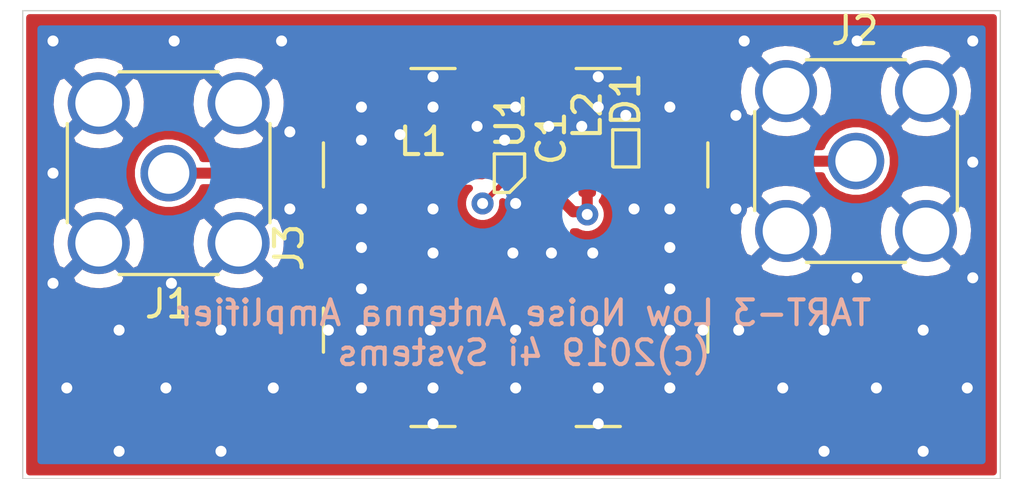
<source format=kicad_pcb>
(kicad_pcb (version 20171130) (host pcbnew 5.1.4+dfsg1-1)

  (general
    (thickness 1)
    (drawings 5)
    (tracks 116)
    (zones 0)
    (modules 8)
    (nets 6)
  )

  (page A4)
  (layers
    (0 F.Cu signal)
    (1 In1.Cu signal)
    (2 In2.Cu signal)
    (31 B.Cu signal)
    (32 B.Adhes user)
    (33 F.Adhes user)
    (34 B.Paste user)
    (35 F.Paste user)
    (36 B.SilkS user)
    (37 F.SilkS user)
    (38 B.Mask user)
    (39 F.Mask user)
    (40 Dwgs.User user)
    (41 Cmts.User user)
    (42 Eco1.User user)
    (43 Eco2.User user)
    (44 Edge.Cuts user)
    (45 Margin user)
    (46 B.CrtYd user)
    (47 F.CrtYd user)
    (48 B.Fab user)
    (49 F.Fab user)
  )

  (setup
    (last_trace_width 0.25)
    (user_trace_width 0.2)
    (user_trace_width 0.3)
    (user_trace_width 0.4)
    (user_trace_width 0.5)
    (user_trace_width 0.6)
    (user_trace_width 0.8)
    (user_trace_width 1)
    (user_trace_width 1.2)
    (user_trace_width 1.5)
    (user_trace_width 1.8)
    (user_trace_width 2)
    (user_trace_width 3)
    (user_trace_width 4)
    (user_trace_width 5)
    (trace_clearance 0.2)
    (zone_clearance 0.254)
    (zone_45_only no)
    (trace_min 0.2)
    (via_size 0.8)
    (via_drill 0.4)
    (via_min_size 0.4)
    (via_min_drill 0.3)
    (user_via 0.6 0.3)
    (user_via 0.8 0.4)
    (user_via 1 0.5)
    (user_via 1.1 0.6)
    (user_via 1.3 0.8)
    (user_via 1.5 1)
    (uvia_size 0.3)
    (uvia_drill 0.1)
    (uvias_allowed no)
    (uvia_min_size 0.2)
    (uvia_min_drill 0.1)
    (edge_width 0.05)
    (segment_width 0.2)
    (pcb_text_width 0.3)
    (pcb_text_size 1.5 1.5)
    (mod_edge_width 0.12)
    (mod_text_size 1 1)
    (mod_text_width 0.15)
    (pad_size 1.524 1.524)
    (pad_drill 0.762)
    (pad_to_mask_clearance 0.051)
    (solder_mask_min_width 0.25)
    (aux_axis_origin 0 0)
    (visible_elements FFFDFF7F)
    (pcbplotparams
      (layerselection 0x010fc_ffffffff)
      (usegerberextensions false)
      (usegerberattributes false)
      (usegerberadvancedattributes false)
      (creategerberjobfile false)
      (excludeedgelayer true)
      (linewidth 0.100000)
      (plotframeref false)
      (viasonmask false)
      (mode 1)
      (useauxorigin false)
      (hpglpennumber 1)
      (hpglpenspeed 20)
      (hpglpendiameter 15.000000)
      (psnegative false)
      (psa4output false)
      (plotreference true)
      (plotvalue true)
      (plotinvisibletext false)
      (padsonsilk false)
      (subtractmaskfromsilk false)
      (outputformat 1)
      (mirror false)
      (drillshape 1)
      (scaleselection 1)
      (outputdirectory ""))
  )

  (net 0 "")
  (net 1 VCC)
  (net 2 "Net-(J1-Pad1)")
  (net 3 GNDA)
  (net 4 "Net-(L1-Pad2)")
  (net 5 "Net-(D1-Pad1)")

  (net_class Default "This is the default net class."
    (clearance 0.2)
    (trace_width 0.25)
    (via_dia 0.8)
    (via_drill 0.4)
    (uvia_dia 0.3)
    (uvia_drill 0.1)
    (add_net GNDA)
    (add_net "Net-(D1-Pad1)")
    (add_net "Net-(J1-Pad1)")
    (add_net "Net-(L1-Pad2)")
    (add_net VCC)
  )

  (module Connector_Coaxial:SMA_Amphenol_132134_Vertical (layer F.Cu) (tedit 5B2F4DB6) (tstamp 5D70ABC2)
    (at 192.26 105.46 180)
    (descr https://www.amphenolrf.com/downloads/dl/file/id/2187/product/2843/132134_customer_drawing.pdf)
    (tags "SMA THT Female Jack Vertical ExtendedLegs")
    (path /5D6AD89F)
    (fp_text reference J2 (at 0.04 4.74) (layer F.SilkS)
      (effects (font (size 1 1) (thickness 0.15)))
    )
    (fp_text value 142-0701-801 (at 0 5) (layer F.Fab)
      (effects (font (size 1 1) (thickness 0.15)))
    )
    (fp_text user %R (at 0 0) (layer F.Fab)
      (effects (font (size 1 1) (thickness 0.15)))
    )
    (fp_line (start -1.8 -3.68) (end 1.8 -3.68) (layer F.SilkS) (width 0.12))
    (fp_line (start -1.8 3.68) (end 1.8 3.68) (layer F.SilkS) (width 0.12))
    (fp_line (start 3.68 -1.8) (end 3.68 1.8) (layer F.SilkS) (width 0.12))
    (fp_line (start -3.68 -1.8) (end -3.68 1.8) (layer F.SilkS) (width 0.12))
    (fp_line (start 3.5 -3.5) (end 3.5 3.5) (layer F.Fab) (width 0.1))
    (fp_line (start -3.5 3.5) (end 3.5 3.5) (layer F.Fab) (width 0.1))
    (fp_line (start -3.5 -3.5) (end -3.5 3.5) (layer F.Fab) (width 0.1))
    (fp_line (start -3.5 -3.5) (end 3.5 -3.5) (layer F.Fab) (width 0.1))
    (fp_line (start -4.17 -4.17) (end 4.17 -4.17) (layer F.CrtYd) (width 0.05))
    (fp_line (start -4.17 -4.17) (end -4.17 4.17) (layer F.CrtYd) (width 0.05))
    (fp_line (start 4.17 4.17) (end 4.17 -4.17) (layer F.CrtYd) (width 0.05))
    (fp_line (start 4.17 4.17) (end -4.17 4.17) (layer F.CrtYd) (width 0.05))
    (fp_circle (center 0 0) (end 3.175 0) (layer F.Fab) (width 0.1))
    (pad 2 thru_hole circle (at -2.54 2.54 180) (size 2.25 2.25) (drill 1.7) (layers *.Cu *.Mask)
      (net 3 GNDA))
    (pad 2 thru_hole circle (at -2.54 -2.54 180) (size 2.25 2.25) (drill 1.7) (layers *.Cu *.Mask)
      (net 3 GNDA))
    (pad 2 thru_hole circle (at 2.54 -2.54 180) (size 2.25 2.25) (drill 1.7) (layers *.Cu *.Mask)
      (net 3 GNDA))
    (pad 2 thru_hole circle (at 2.54 2.54 180) (size 2.25 2.25) (drill 1.7) (layers *.Cu *.Mask)
      (net 3 GNDA))
    (pad 1 thru_hole circle (at 0 0 180) (size 2.05 2.05) (drill 1.5) (layers *.Cu *.Mask)
      (net 5 "Net-(D1-Pad1)"))
    (model ${KISYS3DMOD}/misc/c-5-1814400-1-d-3d.stp
      (offset (xyz -11 0 7))
      (scale (xyz 1 1 1))
      (rotate (xyz -90 0 90))
    )
  )

  (module Connector_Coaxial:SMA_Amphenol_132134_Vertical (layer F.Cu) (tedit 5B2F4DB6) (tstamp 5D67AFFB)
    (at 167.3 105.9 180)
    (descr https://www.amphenolrf.com/downloads/dl/file/id/2187/product/2843/132134_customer_drawing.pdf)
    (tags "SMA THT Female Jack Vertical ExtendedLegs")
    (path /5D6A8AB5)
    (fp_text reference J1 (at 0 -4.75) (layer F.SilkS)
      (effects (font (size 1 1) (thickness 0.15)))
    )
    (fp_text value 142-0701-801 (at 0 5) (layer F.Fab)
      (effects (font (size 1 1) (thickness 0.15)))
    )
    (fp_text user %R (at 0 0) (layer F.Fab)
      (effects (font (size 1 1) (thickness 0.15)))
    )
    (fp_line (start -1.8 -3.68) (end 1.8 -3.68) (layer F.SilkS) (width 0.12))
    (fp_line (start -1.8 3.68) (end 1.8 3.68) (layer F.SilkS) (width 0.12))
    (fp_line (start 3.68 -1.8) (end 3.68 1.8) (layer F.SilkS) (width 0.12))
    (fp_line (start -3.68 -1.8) (end -3.68 1.8) (layer F.SilkS) (width 0.12))
    (fp_line (start 3.5 -3.5) (end 3.5 3.5) (layer F.Fab) (width 0.1))
    (fp_line (start -3.5 3.5) (end 3.5 3.5) (layer F.Fab) (width 0.1))
    (fp_line (start -3.5 -3.5) (end -3.5 3.5) (layer F.Fab) (width 0.1))
    (fp_line (start -3.5 -3.5) (end 3.5 -3.5) (layer F.Fab) (width 0.1))
    (fp_line (start -4.17 -4.17) (end 4.17 -4.17) (layer F.CrtYd) (width 0.05))
    (fp_line (start -4.17 -4.17) (end -4.17 4.17) (layer F.CrtYd) (width 0.05))
    (fp_line (start 4.17 4.17) (end 4.17 -4.17) (layer F.CrtYd) (width 0.05))
    (fp_line (start 4.17 4.17) (end -4.17 4.17) (layer F.CrtYd) (width 0.05))
    (fp_circle (center 0 0) (end 3.175 0) (layer F.Fab) (width 0.1))
    (pad 2 thru_hole circle (at -2.54 2.54 180) (size 2.25 2.25) (drill 1.7) (layers *.Cu *.Mask)
      (net 3 GNDA))
    (pad 2 thru_hole circle (at -2.54 -2.54 180) (size 2.25 2.25) (drill 1.7) (layers *.Cu *.Mask)
      (net 3 GNDA))
    (pad 2 thru_hole circle (at 2.54 -2.54 180) (size 2.25 2.25) (drill 1.7) (layers *.Cu *.Mask)
      (net 3 GNDA))
    (pad 2 thru_hole circle (at 2.54 2.54 180) (size 2.25 2.25) (drill 1.7) (layers *.Cu *.Mask)
      (net 3 GNDA))
    (pad 1 thru_hole circle (at 0 0 180) (size 2.05 2.05) (drill 1.5) (layers *.Cu *.Mask)
      (net 2 "Net-(J1-Pad1)"))
    (model ${KISYS3DMOD}/misc/c-5-1814400-1-d-3d.stp
      (offset (xyz 11 0 7))
      (scale (xyz 1 1 1))
      (rotate (xyz -90 0 -90))
    )
  )

  (module RF_Shielding:Laird_Technologies_BMI-S-101_13.66x12.70mm (layer F.Cu) (tedit 5B85D967) (tstamp 5D6F1E81)
    (at 179.9 108.6 90)
    (descr "Laird Technologies BMI-S-101 Shielding Cabinet One Piece SMD 13.66x12.70mm (https://assets.lairdtech.com/home/brandworld/files/Board%20Level%20Shields%20Catalog%20Download.pdf)")
    (tags "Shielding Cabinet")
    (path /5D6F996D)
    (clearance 0.25)
    (attr smd)
    (fp_text reference J3 (at 0 -8.23 90) (layer F.SilkS)
      (effects (font (size 1 1) (thickness 0.15)))
    )
    (fp_text value Conn_01x01_Male (at 0 8.23 90) (layer F.Fab)
      (effects (font (size 1 1) (thickness 0.15)))
    )
    (fp_line (start 5.5 -5.98) (end -5.5 -5.98) (layer F.CrtYd) (width 0.05))
    (fp_line (start 5.5 5.98) (end -5.5 5.98) (layer F.CrtYd) (width 0.05))
    (fp_line (start -5.5 -5.98) (end -5.5 5.98) (layer F.CrtYd) (width 0.05))
    (fp_line (start 5.5 -5.98) (end 5.5 5.98) (layer F.CrtYd) (width 0.05))
    (fp_line (start 6.5 2.2) (end 6.5 3.8) (layer F.SilkS) (width 0.12))
    (fp_line (start -6.5 2.2) (end -6.5 3.8) (layer F.SilkS) (width 0.12))
    (fp_line (start 6.5 -3.8) (end 6.5 -2.2) (layer F.SilkS) (width 0.12))
    (fp_line (start -6.5 -3.8) (end -6.5 -2.2) (layer F.SilkS) (width 0.12))
    (fp_line (start 2.2 6.98) (end 3.8 6.98) (layer F.SilkS) (width 0.12))
    (fp_line (start 2.2 -6.98) (end 3.8 -6.98) (layer F.SilkS) (width 0.12))
    (fp_line (start -3.8 6.98) (end -2.2 6.98) (layer F.SilkS) (width 0.12))
    (fp_line (start -3.8 -6.98) (end -2.2 -6.98) (layer F.SilkS) (width 0.12))
    (fp_line (start 6.35 -6.83) (end -6.35 -6.83) (layer F.Fab) (width 0.1))
    (fp_line (start 6.35 6.83) (end 6.35 -6.83) (layer F.Fab) (width 0.1))
    (fp_line (start -6.35 6.83) (end 6.35 6.83) (layer F.Fab) (width 0.1))
    (fp_line (start -6.35 -6.83) (end -6.35 6.83) (layer F.Fab) (width 0.1))
    (fp_line (start 7 -7.5) (end -7 -7.5) (layer F.CrtYd) (width 0.05))
    (fp_line (start 7 7.5) (end 7 -7.5) (layer F.CrtYd) (width 0.05))
    (fp_line (start -7 7.5) (end 7 7.5) (layer F.CrtYd) (width 0.05))
    (fp_line (start -7 -7.5) (end -7 7.5) (layer F.CrtYd) (width 0.05))
    (fp_text user %R (at 0 0 90) (layer F.Fab)
      (effects (font (size 1 1) (thickness 0.15)))
    )
    (pad 1 smd rect (at 6.25 5.165 90) (size 1 2.13) (layers F.Cu F.Paste F.Mask)
      (net 3 GNDA))
    (pad 1 smd rect (at -6.25 5.165 90) (size 1 2.13) (layers F.Cu F.Paste F.Mask)
      (net 3 GNDA))
    (pad 1 smd rect (at 6.25 0 90) (size 1 3.8) (layers F.Cu F.Paste F.Mask)
      (net 3 GNDA))
    (pad 1 smd rect (at -6.25 0 90) (size 1 3.8) (layers F.Cu F.Paste F.Mask)
      (net 3 GNDA))
    (pad 1 smd rect (at 6.25 -5.165 90) (size 1 2.13) (layers F.Cu F.Paste F.Mask)
      (net 3 GNDA))
    (pad 1 smd rect (at -6.25 -5.165 90) (size 1 2.13) (layers F.Cu F.Paste F.Mask)
      (net 3 GNDA))
    (pad 1 smd rect (at 4.925 6.73 90) (size 1.65 1) (layers F.Cu F.Paste F.Mask)
      (net 3 GNDA))
    (pad 1 smd rect (at 4.925 -6.73 90) (size 1.65 1) (layers F.Cu F.Paste F.Mask)
      (net 3 GNDA))
    (pad 1 smd rect (at 0 6.73 90) (size 3.8 1) (layers F.Cu F.Paste F.Mask)
      (net 3 GNDA))
    (pad 1 smd rect (at 0 -6.73 90) (size 3.8 1) (layers F.Cu F.Paste F.Mask)
      (net 3 GNDA))
    (pad 1 smd rect (at -4.925 6.73 90) (size 1.65 1) (layers F.Cu F.Paste F.Mask)
      (net 3 GNDA))
    (pad 1 smd rect (at -4.925 -6.73 90) (size 1.65 1) (layers F.Cu F.Paste F.Mask)
      (net 3 GNDA))
    (pad 1 smd rect (at -6.25 6.73 90) (size 1 1) (layers F.Cu F.Paste F.Mask)
      (net 3 GNDA))
    (pad 1 smd rect (at 6.25 6.73 90) (size 1 1) (layers F.Cu F.Paste F.Mask)
      (net 3 GNDA))
    (pad 1 smd rect (at 6.25 -6.73 90) (size 1 1) (layers F.Cu F.Paste F.Mask)
      (net 3 GNDA))
    (pad 1 smd rect (at -6.25 -6.73 90) (size 1 1) (layers F.Cu F.Paste F.Mask)
      (net 3 GNDA))
    (model ${KISYS3DMOD}/RF_Shielding.3dshapes/Laird_Technologies_BMI-S-101_13.66x12.70mm.wrl
      (at (xyz 0 0 0))
      (scale (xyz 1 1 1))
      (rotate (xyz 0 0 0))
    )
  )

  (module lna:SOIC-2 (layer F.Cu) (tedit 5D6DD28F) (tstamp 5D6DD66C)
    (at 183.9 105)
    (path /5D6E5A3B)
    (attr smd)
    (fp_text reference D1 (at 0 -1.775 90) (layer F.SilkS)
      (effects (font (size 1 1) (thickness 0.15)))
    )
    (fp_text value Bi_ESD_Diode (at 0 0) (layer F.Fab) hide
      (effects (font (size 1 1) (thickness 0.15)))
    )
    (fp_line (start -0.52 0.72) (end -0.52 -0.72) (layer F.CrtYd) (width 0.05))
    (fp_line (start 0.52 0.72) (end -0.52 0.72) (layer F.CrtYd) (width 0.05))
    (fp_line (start 0.52 -0.72) (end 0.52 0.72) (layer F.CrtYd) (width 0.05))
    (fp_line (start -0.52 -0.72) (end 0.52 -0.72) (layer F.CrtYd) (width 0.05))
    (fp_line (start 0.475 0.675) (end -0.45 0.675) (layer F.SilkS) (width 0.12))
    (fp_line (start 0.475 -0.675) (end 0.475 0.675) (layer F.SilkS) (width 0.12))
    (fp_line (start -0.475 -0.675) (end 0.475 -0.675) (layer F.SilkS) (width 0.12))
    (fp_line (start -0.475 0.65) (end -0.475 -0.675) (layer F.SilkS) (width 0.12))
    (pad 1 smd rect (at 0 0.325) (size 0.55 0.3) (layers F.Cu F.Paste F.Mask)
      (net 5 "Net-(D1-Pad1)"))
    (pad 2 smd rect (at 0 -0.325) (size 0.55 0.3) (layers F.Cu F.Paste F.Mask)
      (net 3 GNDA))
    (model ${KISYS3DMOD}/Diode_SMD.3dshapes/D_SOD-523.wrl
      (at (xyz 0 0 0))
      (scale (xyz 1 1 1))
      (rotate (xyz 0 0 90))
    )
  )

  (module Package_TO_SOT_SMD:XSON-NXP-6 (layer F.Cu) (tedit 5D6DABA5) (tstamp 5D6DB3BD)
    (at 179.675 105.9 90)
    (descr "NXP SOT-1230")
    (path /5D6DBAD8)
    (attr smd)
    (fp_text reference U1 (at 1.9 0.025 90) (layer F.SilkS)
      (effects (font (size 1 1) (thickness 0.15)))
    )
    (fp_text value BGU8009 (at 0 0 90) (layer F.Fab)
      (effects (font (size 1 1) (thickness 0.15)))
    )
    (fp_line (start -0.75 0.6) (end -0.75 -0.6) (layer F.CrtYd) (width 0.05))
    (fp_line (start 0.75 0.6) (end -0.75 0.6) (layer F.CrtYd) (width 0.05))
    (fp_line (start 0.75 -0.6) (end 0.75 0.6) (layer F.CrtYd) (width 0.05))
    (fp_line (start -0.75 -0.6) (end 0.75 -0.6) (layer F.CrtYd) (width 0.05))
    (fp_line (start 0.7 0.55) (end -0.15 0.55) (layer F.SilkS) (width 0.12))
    (fp_line (start 0.7 -0.55) (end 0.7 0.55) (layer F.SilkS) (width 0.12))
    (fp_line (start -0.7 -0.55) (end 0.7 -0.55) (layer F.SilkS) (width 0.12))
    (fp_line (start -0.7 0) (end -0.7 -0.55) (layer F.SilkS) (width 0.12))
    (fp_line (start -0.15 0.55) (end -0.7 0) (layer F.SilkS) (width 0.12))
    (pad 3 smd rect (at 0.4 0.225 90) (size 0.2 0.25) (layers F.Cu F.Paste F.Mask)
      (net 5 "Net-(D1-Pad1)"))
    (pad 4 smd rect (at 0.4 -0.225 90) (size 0.2 0.25) (layers F.Cu F.Paste F.Mask)
      (net 3 GNDA))
    (pad 2 smd rect (at 0 0.225 90) (size 0.2 0.25) (layers F.Cu F.Paste F.Mask)
      (net 1 VCC))
    (pad 5 smd rect (at 0 -0.225 90) (size 0.2 0.25) (layers F.Cu F.Paste F.Mask)
      (net 4 "Net-(L1-Pad2)"))
    (pad 1 smd rect (at -0.4 0.225 90) (size 0.2 0.25) (layers F.Cu F.Paste F.Mask)
      (net 3 GNDA))
    (pad 6 smd rect (at -0.4 -0.225 90) (size 0.2 0.25) (layers F.Cu F.Paste F.Mask)
      (net 1 VCC))
    (model ${KISYS3DMOD}/Package_SON.3dshapes/X2SON-8_1.4x1mm_P0.35mm.step
      (at (xyz 0 0 0))
      (scale (xyz 1 1 1))
      (rotate (xyz 0 0 -90))
    )
  )

  (module Inductor_SMD:L_0402_1005Metric (layer F.Cu) (tedit 5B301BBE) (tstamp 5D67B03C)
    (at 182.5 105.985 90)
    (descr "Inductor SMD 0402 (1005 Metric), square (rectangular) end terminal, IPC_7351 nominal, (Body size source: http://www.tortai-tech.com/upload/download/2011102023233369053.pdf), generated with kicad-footprint-generator")
    (tags inductor)
    (path /5D67C00B)
    (attr smd)
    (fp_text reference L2 (at 2.185 0 90) (layer F.SilkS)
      (effects (font (size 1 1) (thickness 0.15)))
    )
    (fp_text value 100nH (at 0 1.17 90) (layer F.Fab)
      (effects (font (size 1 1) (thickness 0.15)))
    )
    (fp_text user %R (at 0 0 90) (layer F.Fab)
      (effects (font (size 0.25 0.25) (thickness 0.04)))
    )
    (fp_line (start 0.93 0.47) (end -0.93 0.47) (layer F.CrtYd) (width 0.05))
    (fp_line (start 0.93 -0.47) (end 0.93 0.47) (layer F.CrtYd) (width 0.05))
    (fp_line (start -0.93 -0.47) (end 0.93 -0.47) (layer F.CrtYd) (width 0.05))
    (fp_line (start -0.93 0.47) (end -0.93 -0.47) (layer F.CrtYd) (width 0.05))
    (fp_line (start 0.5 0.25) (end -0.5 0.25) (layer F.Fab) (width 0.1))
    (fp_line (start 0.5 -0.25) (end 0.5 0.25) (layer F.Fab) (width 0.1))
    (fp_line (start -0.5 -0.25) (end 0.5 -0.25) (layer F.Fab) (width 0.1))
    (fp_line (start -0.5 0.25) (end -0.5 -0.25) (layer F.Fab) (width 0.1))
    (pad 2 smd roundrect (at 0.485 0 90) (size 0.59 0.64) (layers F.Cu F.Paste F.Mask) (roundrect_rratio 0.25)
      (net 5 "Net-(D1-Pad1)"))
    (pad 1 smd roundrect (at -0.485 0 90) (size 0.59 0.64) (layers F.Cu F.Paste F.Mask) (roundrect_rratio 0.25)
      (net 1 VCC))
    (model ${KISYS3DMOD}/Inductor_SMD.3dshapes/L_0402_1005Metric.wrl
      (at (xyz 0 0 0))
      (scale (xyz 1 1 1))
      (rotate (xyz 0 0 0))
    )
  )

  (module Inductor_SMD:L_0402_1005Metric (layer F.Cu) (tedit 5B301BBE) (tstamp 5D67B02D)
    (at 176.53 105.92)
    (descr "Inductor SMD 0402 (1005 Metric), square (rectangular) end terminal, IPC_7351 nominal, (Body size source: http://www.tortai-tech.com/upload/download/2011102023233369053.pdf), generated with kicad-footprint-generator")
    (tags inductor)
    (path /5D680C02)
    (attr smd)
    (fp_text reference L1 (at 0 -1.17) (layer F.SilkS)
      (effects (font (size 1 1) (thickness 0.15)))
    )
    (fp_text value "5.6nH " (at 0 1.17) (layer F.Fab)
      (effects (font (size 1 1) (thickness 0.15)))
    )
    (fp_text user %R (at 0 0) (layer F.Fab)
      (effects (font (size 0.25 0.25) (thickness 0.04)))
    )
    (fp_line (start 0.93 0.47) (end -0.93 0.47) (layer F.CrtYd) (width 0.05))
    (fp_line (start 0.93 -0.47) (end 0.93 0.47) (layer F.CrtYd) (width 0.05))
    (fp_line (start -0.93 -0.47) (end 0.93 -0.47) (layer F.CrtYd) (width 0.05))
    (fp_line (start -0.93 0.47) (end -0.93 -0.47) (layer F.CrtYd) (width 0.05))
    (fp_line (start 0.5 0.25) (end -0.5 0.25) (layer F.Fab) (width 0.1))
    (fp_line (start 0.5 -0.25) (end 0.5 0.25) (layer F.Fab) (width 0.1))
    (fp_line (start -0.5 -0.25) (end 0.5 -0.25) (layer F.Fab) (width 0.1))
    (fp_line (start -0.5 0.25) (end -0.5 -0.25) (layer F.Fab) (width 0.1))
    (pad 2 smd roundrect (at 0.485 0) (size 0.59 0.64) (layers F.Cu F.Paste F.Mask) (roundrect_rratio 0.25)
      (net 4 "Net-(L1-Pad2)"))
    (pad 1 smd roundrect (at -0.485 0) (size 0.59 0.64) (layers F.Cu F.Paste F.Mask) (roundrect_rratio 0.25)
      (net 2 "Net-(J1-Pad1)"))
    (model ${KISYS3DMOD}/Inductor_SMD.3dshapes/L_0402_1005Metric.wrl
      (at (xyz 0 0 0))
      (scale (xyz 1 1 1))
      (rotate (xyz 0 0 0))
    )
  )

  (module Capacitor_SMD:C_0402_1005Metric (layer F.Cu) (tedit 5B301BBE) (tstamp 5D67AFD8)
    (at 181.2 107.415 90)
    (descr "Capacitor SMD 0402 (1005 Metric), square (rectangular) end terminal, IPC_7351 nominal, (Body size source: http://www.tortai-tech.com/upload/download/2011102023233369053.pdf), generated with kicad-footprint-generator")
    (tags capacitor)
    (path /5D69CCB0)
    (attr smd)
    (fp_text reference C1 (at 2.785 0 90) (layer F.SilkS)
      (effects (font (size 1 1) (thickness 0.15)))
    )
    (fp_text value 1nF (at 0 1.17 90) (layer F.Fab)
      (effects (font (size 1 1) (thickness 0.15)))
    )
    (fp_text user %R (at 0 0 90) (layer F.Fab)
      (effects (font (size 0.25 0.25) (thickness 0.04)))
    )
    (fp_line (start 0.93 0.47) (end -0.93 0.47) (layer F.CrtYd) (width 0.05))
    (fp_line (start 0.93 -0.47) (end 0.93 0.47) (layer F.CrtYd) (width 0.05))
    (fp_line (start -0.93 -0.47) (end 0.93 -0.47) (layer F.CrtYd) (width 0.05))
    (fp_line (start -0.93 0.47) (end -0.93 -0.47) (layer F.CrtYd) (width 0.05))
    (fp_line (start 0.5 0.25) (end -0.5 0.25) (layer F.Fab) (width 0.1))
    (fp_line (start 0.5 -0.25) (end 0.5 0.25) (layer F.Fab) (width 0.1))
    (fp_line (start -0.5 -0.25) (end 0.5 -0.25) (layer F.Fab) (width 0.1))
    (fp_line (start -0.5 0.25) (end -0.5 -0.25) (layer F.Fab) (width 0.1))
    (pad 2 smd roundrect (at 0.485 0 90) (size 0.59 0.64) (layers F.Cu F.Paste F.Mask) (roundrect_rratio 0.25)
      (net 1 VCC))
    (pad 1 smd roundrect (at -0.485 0 90) (size 0.59 0.64) (layers F.Cu F.Paste F.Mask) (roundrect_rratio 0.25)
      (net 3 GNDA))
    (model ${KISYS3DMOD}/Capacitor_SMD.3dshapes/C_0402_1005Metric.wrl
      (at (xyz 0 0 0))
      (scale (xyz 1 1 1))
      (rotate (xyz 0 0 0))
    )
  )

  (gr_text "TART-3 Low Noise Antenna Amplifier\n(c)2019 4i Systems" (at 180.2 111.7) (layer B.SilkS)
    (effects (font (size 0.9 0.9) (thickness 0.15)) (justify mirror))
  )
  (gr_line (start 162 117) (end 162 100) (layer Edge.Cuts) (width 0.05) (tstamp 5D6DDD5E))
  (gr_line (start 197.5 117) (end 162 117) (layer Edge.Cuts) (width 0.05))
  (gr_line (start 197.5 100) (end 197.5 117) (layer Edge.Cuts) (width 0.05))
  (gr_line (start 162 100) (end 197.5 100) (layer Edge.Cuts) (width 0.05))

  (via (at 178.7 107) (size 0.8) (drill 0.4) (layers F.Cu B.Cu) (net 1))
  (segment (start 179.45 106.3) (end 179.4 106.3) (width 0.2) (layer F.Cu) (net 1))
  (segment (start 179.4 106.3) (end 178.7 107) (width 0.2) (layer F.Cu) (net 1))
  (segment (start 180.5136 105.95001) (end 180.55001 105.95001) (width 0.2) (layer F.Cu) (net 1))
  (segment (start 179.9 105.9) (end 180.46359 105.9) (width 0.2) (layer F.Cu) (net 1))
  (segment (start 180.46359 105.9) (end 180.5136 105.95001) (width 0.2) (layer F.Cu) (net 1))
  (segment (start 180.55001 105.95001) (end 181.2 106.6) (width 0.2) (layer F.Cu) (net 1))
  (segment (start 181.2 106.6) (end 181.2 106.93) (width 0.2) (layer F.Cu) (net 1))
  (via (at 182.5 107.4) (size 0.8) (drill 0.4) (layers F.Cu B.Cu) (net 1))
  (segment (start 182.5 106.47) (end 182.5 107.4) (width 0.4) (layer F.Cu) (net 1))
  (segment (start 181.62 106.93) (end 181.99 107.3) (width 0.4) (layer F.Cu) (net 1))
  (segment (start 181.2 106.93) (end 181.62 106.93) (width 0.4) (layer F.Cu) (net 1))
  (segment (start 182.4 107.3) (end 182.5 107.4) (width 0.4) (layer F.Cu) (net 1))
  (segment (start 181.99 107.3) (end 182.4 107.3) (width 0.4) (layer F.Cu) (net 1))
  (segment (start 176.025 105.9) (end 176.045 105.92) (width 0.4) (layer F.Cu) (net 2))
  (segment (start 167.3 105.9) (end 176.025 105.9) (width 0.4) (layer F.Cu) (net 2))
  (via (at 181.2 108.8) (size 0.8) (drill 0.4) (layers F.Cu B.Cu) (net 3))
  (segment (start 181.2 107.9) (end 181.2 108.8) (width 0.4) (layer F.Cu) (net 3))
  (segment (start 179.9 106.3) (end 179.9 106.7) (width 0.2) (layer F.Cu) (net 3))
  (via (at 179.9 107) (size 0.8) (drill 0.4) (layers F.Cu B.Cu) (net 3))
  (segment (start 179.9 106.7) (end 179.9 107) (width 0.2) (layer F.Cu) (net 3))
  (via (at 183.9 103.8) (size 0.8) (drill 0.4) (layers F.Cu B.Cu) (net 3))
  (segment (start 183.9 104.675) (end 183.9 103.8) (width 0.4) (layer F.Cu) (net 3))
  (via (at 185.5 111.6) (size 0.8) (drill 0.4) (layers F.Cu B.Cu) (net 3) (tstamp 5D6F0042))
  (via (at 182.9 103.5) (size 0.8) (drill 0.4) (layers F.Cu B.Cu) (net 3) (tstamp 5D6F0048))
  (via (at 179.9 111.6) (size 0.8) (drill 0.4) (layers F.Cu B.Cu) (net 3) (tstamp 5D6F004E))
  (via (at 176.8 111.6) (size 0.8) (drill 0.4) (layers F.Cu B.Cu) (net 3) (tstamp 5D6F0054))
  (via (at 176.9 103.5) (size 0.8) (drill 0.4) (layers F.Cu B.Cu) (net 3) (tstamp 5D6F0058))
  (via (at 174.3 111.6) (size 0.8) (drill 0.4) (layers F.Cu B.Cu) (net 3) (tstamp 5D6F005E))
  (via (at 182.9 113.7) (size 0.8) (drill 0.4) (layers F.Cu B.Cu) (net 3) (tstamp 5D6F0062))
  (via (at 176.9 113.7) (size 0.8) (drill 0.4) (layers F.Cu B.Cu) (net 3) (tstamp 5D6F0067))
  (via (at 188 111.6) (size 0.8) (drill 0.4) (layers F.Cu B.Cu) (net 3) (tstamp 5D6F012F))
  (via (at 187.9 107.2) (size 0.8) (drill 0.4) (layers F.Cu B.Cu) (net 3) (tstamp 5D6F0138))
  (via (at 187.9 103.8) (size 0.8) (drill 0.4) (layers F.Cu B.Cu) (net 3) (tstamp 5D6F0143))
  (via (at 182.9 102.4) (size 0.8) (drill 0.4) (layers F.Cu B.Cu) (net 3) (tstamp 5D6F03A4))
  (via (at 176.9 102.4) (size 0.8) (drill 0.4) (layers F.Cu B.Cu) (net 3) (tstamp 5D6F03BA))
  (via (at 174.3 110.1) (size 0.8) (drill 0.4) (layers F.Cu B.Cu) (net 3) (tstamp 5D6F03F2))
  (via (at 176.9 108.8) (size 0.8) (drill 0.4) (layers F.Cu B.Cu) (net 3) (tstamp 5D6F03F6))
  (via (at 174.3 107.2) (size 0.8) (drill 0.4) (layers F.Cu B.Cu) (net 3) (tstamp 5D6F03FB))
  (via (at 179.8 108.8) (size 0.8) (drill 0.4) (layers F.Cu B.Cu) (net 3) (tstamp 5D6F0400))
  (via (at 182.7 108.8) (size 0.8) (drill 0.4) (layers F.Cu B.Cu) (net 3) (tstamp 5D6F0407))
  (via (at 185.5 108.6) (size 0.8) (drill 0.4) (layers F.Cu B.Cu) (net 3) (tstamp 5D6F0410))
  (via (at 182.9 111.6) (size 0.8) (drill 0.4) (layers F.Cu B.Cu) (net 3) (tstamp 5D6F0415))
  (via (at 175.7 104.5) (size 0.8) (drill 0.4) (layers F.Cu B.Cu) (net 3) (tstamp 5D6F0433))
  (via (at 178.5 104.2) (size 0.8) (drill 0.4) (layers F.Cu B.Cu) (net 3) (tstamp 5D6F0437))
  (via (at 181.1 104.2) (size 0.8) (drill 0.4) (layers F.Cu B.Cu) (net 3) (tstamp 5D6F043C))
  (via (at 182.3 104.2) (size 0.8) (drill 0.4) (layers F.Cu B.Cu) (net 3) (tstamp 5D6F0444))
  (via (at 174.3 104.7) (size 0.8) (drill 0.4) (layers F.Cu B.Cu) (net 3) (tstamp 5D6F044B))
  (via (at 176.9 107.2) (size 0.8) (drill 0.4) (layers F.Cu B.Cu) (net 3) (tstamp 5D6F0453))
  (via (at 184.2 107.2) (size 0.8) (drill 0.4) (layers F.Cu B.Cu) (net 3) (tstamp 5D6F0458))
  (via (at 185.5 107.2) (size 0.8) (drill 0.4) (layers F.Cu B.Cu) (net 3) (tstamp 5D6F0460))
  (via (at 185.5 103.5) (size 0.8) (drill 0.4) (layers F.Cu B.Cu) (net 3) (tstamp 5D6F0466))
  (segment (start 179.45 105.5) (end 179.45 104.749972) (width 0.2) (layer F.Cu) (net 3))
  (via (at 179.499994 104.699978) (size 0.8) (drill 0.4) (layers F.Cu B.Cu) (net 3))
  (segment (start 179.45 104.749972) (end 179.499994 104.699978) (width 0.2) (layer F.Cu) (net 3))
  (via (at 179.9 103.5) (size 0.8) (drill 0.4) (layers F.Cu B.Cu) (net 3) (tstamp 5D6F2267))
  (via (at 174.3 103.5) (size 0.8) (drill 0.4) (layers F.Cu B.Cu) (net 3) (tstamp 5D6F226E))
  (via (at 174.3 108.6) (size 0.8) (drill 0.4) (layers F.Cu B.Cu) (net 3) (tstamp 5D6F2279))
  (via (at 174.3 113.7) (size 0.8) (drill 0.4) (layers F.Cu B.Cu) (net 3) (tstamp 5D6F2280))
  (via (at 179.9 113.7) (size 0.8) (drill 0.4) (layers F.Cu B.Cu) (net 3) (tstamp 5D6F2285))
  (via (at 185.5 113.7) (size 0.8) (drill 0.4) (layers F.Cu B.Cu) (net 3) (tstamp 5D6F2289))
  (via (at 186.7 111.6) (size 0.8) (drill 0.4) (layers F.Cu B.Cu) (net 3) (tstamp 5D6F228F))
  (via (at 182.9 115) (size 0.8) (drill 0.4) (layers F.Cu B.Cu) (net 3) (tstamp 5D6F2295))
  (via (at 176.9 115) (size 0.8) (drill 0.4) (layers F.Cu B.Cu) (net 3) (tstamp 5D6F2299))
  (via (at 173.1 111.6) (size 0.8) (drill 0.4) (layers F.Cu B.Cu) (net 3) (tstamp 5D6F22B2))
  (via (at 185.5 110.1) (size 0.8) (drill 0.4) (layers F.Cu B.Cu) (net 3) (tstamp 5D6F23F0))
  (via (at 191.1 111.6) (size 0.8) (drill 0.4) (layers F.Cu B.Cu) (net 3) (tstamp 5D6F24F5))
  (via (at 169.2 111.6) (size 0.8) (drill 0.4) (layers F.Cu B.Cu) (net 3) (tstamp 5D6F2505))
  (via (at 171.7 104.4) (size 0.8) (drill 0.4) (layers F.Cu B.Cu) (net 3) (tstamp 5D6F2519))
  (via (at 171.7 107.2) (size 0.8) (drill 0.4) (layers F.Cu B.Cu) (net 3) (tstamp 5D6F2521))
  (via (at 171.1 113.7) (size 0.8) (drill 0.4) (layers F.Cu B.Cu) (net 3) (tstamp 5D6F2531))
  (via (at 167.2 113.7) (size 0.8) (drill 0.4) (layers F.Cu B.Cu) (net 3) (tstamp 5D6F253A))
  (via (at 169.2 116) (size 0.8) (drill 0.4) (layers F.Cu B.Cu) (net 3) (tstamp 5D6F2542))
  (via (at 189.6 113.7) (size 0.8) (drill 0.4) (layers F.Cu B.Cu) (net 3) (tstamp 5D6F2549))
  (via (at 193 113.7) (size 0.8) (drill 0.4) (layers F.Cu B.Cu) (net 3) (tstamp 5D6F254F))
  (via (at 191.1 116) (size 0.8) (drill 0.4) (layers F.Cu B.Cu) (net 3) (tstamp 5D6F2555))
  (segment (start 179.9 103.5) (end 179.9 102.35) (width 1) (layer F.Cu) (net 3))
  (segment (start 185.5 103.48) (end 186.63 102.35) (width 1) (layer F.Cu) (net 3))
  (segment (start 185.5 103.5) (end 185.5 103.48) (width 1) (layer F.Cu) (net 3))
  (segment (start 185.5 108.6) (end 186.63 108.6) (width 1) (layer F.Cu) (net 3))
  (segment (start 174.3 103.48) (end 173.17 102.35) (width 1) (layer F.Cu) (net 3))
  (segment (start 174.3 103.5) (end 174.3 103.48) (width 1) (layer F.Cu) (net 3))
  (segment (start 174.3 108.6) (end 173.17 108.6) (width 1) (layer F.Cu) (net 3))
  (segment (start 174.3 113.72) (end 173.17 114.85) (width 1) (layer F.Cu) (net 3))
  (segment (start 174.3 113.7) (end 174.3 113.72) (width 1) (layer F.Cu) (net 3))
  (segment (start 185.5 113.72) (end 186.63 114.85) (width 1) (layer F.Cu) (net 3))
  (segment (start 185.5 113.7) (end 185.5 113.72) (width 1) (layer F.Cu) (net 3))
  (segment (start 179.9 113.7) (end 179.9 114.85) (width 1) (layer F.Cu) (net 3))
  (via (at 163.6 113.7) (size 0.8) (drill 0.4) (layers F.Cu B.Cu) (net 3) (tstamp 5D70AE9C))
  (via (at 196.3 113.7) (size 0.8) (drill 0.4) (layers F.Cu B.Cu) (net 3) (tstamp 5D70AE9E))
  (via (at 194.7 111.6) (size 0.8) (drill 0.4) (layers F.Cu B.Cu) (net 3) (tstamp 5D70AEA0))
  (via (at 194.7 116) (size 0.8) (drill 0.4) (layers F.Cu B.Cu) (net 3) (tstamp 5D70AEA4))
  (via (at 165.5 116) (size 0.8) (drill 0.4) (layers F.Cu B.Cu) (net 3) (tstamp 5D70AEA6))
  (via (at 165.5 111.6) (size 0.8) (drill 0.4) (layers F.Cu B.Cu) (net 3) (tstamp 5D70AEAC))
  (via (at 167.5 101.1) (size 0.8) (drill 0.4) (layers F.Cu B.Cu) (net 3) (tstamp 5D70AEAE))
  (via (at 163.1 101.1) (size 0.8) (drill 0.4) (layers F.Cu B.Cu) (net 3) (tstamp 5D70AEB0))
  (via (at 171.4 101.1) (size 0.8) (drill 0.4) (layers F.Cu B.Cu) (net 3) (tstamp 5D70AEB2))
  (via (at 188.2 101.1) (size 0.8) (drill 0.4) (layers F.Cu B.Cu) (net 3) (tstamp 5D70AEB4))
  (via (at 192.3 101.1) (size 0.8) (drill 0.4) (layers F.Cu B.Cu) (net 3) (tstamp 5D70AEB6))
  (via (at 196.5 101.1) (size 0.8) (drill 0.4) (layers F.Cu B.Cu) (net 3) (tstamp 5D70AEB8))
  (via (at 196.5 105.5) (size 0.8) (drill 0.4) (layers F.Cu B.Cu) (net 3) (tstamp 5D70AEBA))
  (via (at 192.3 109.7) (size 0.8) (drill 0.4) (layers F.Cu B.Cu) (net 3) (tstamp 5D70AEBC))
  (via (at 167.4 109.9) (size 0.8) (drill 0.4) (layers F.Cu B.Cu) (net 3) (tstamp 5D70AEBE))
  (via (at 163.1 105.9) (size 0.8) (drill 0.4) (layers F.Cu B.Cu) (net 3) (tstamp 5D70AEC0))
  (via (at 163.1 109.9) (size 0.8) (drill 0.4) (layers F.Cu B.Cu) (net 3) (tstamp 5D70AEC2))
  (via (at 196.5 109.7) (size 0.8) (drill 0.4) (layers F.Cu B.Cu) (net 3) (tstamp 5D70AEC4))
  (segment (start 179.45 105.9) (end 179.1 105.9) (width 0.2) (layer F.Cu) (net 4))
  (segment (start 179.1 105.9) (end 178.9 105.9) (width 0.3) (layer F.Cu) (net 4))
  (segment (start 178.9 105.9) (end 178.7 105.9) (width 0.4) (layer F.Cu) (net 4))
  (segment (start 178.68 105.92) (end 177.015 105.92) (width 0.4) (layer F.Cu) (net 4))
  (segment (start 178.7 105.9) (end 178.68 105.92) (width 0.4) (layer F.Cu) (net 4))
  (segment (start 182.5 105.5) (end 181 105.5) (width 0.4) (layer F.Cu) (net 5))
  (segment (start 181 105.5) (end 180.7 105.5) (width 0.3) (layer F.Cu) (net 5))
  (segment (start 180.7 105.5) (end 180.2 105.5) (width 0.2) (layer F.Cu) (net 5))
  (segment (start 179.9 105.5) (end 180.7 105.5) (width 0.2) (layer F.Cu) (net 5))
  (segment (start 182.5 105.5) (end 192.26 105.46) (width 0.4) (layer F.Cu) (net 5))

  (zone (net 1) (net_name VCC) (layer In2.Cu) (tstamp 0) (hatch edge 0.508)
    (priority 2)
    (connect_pads (clearance 0.254))
    (min_thickness 0.254)
    (fill yes (arc_segments 32) (thermal_gap 0.508) (thermal_bridge_width 0.508))
    (polygon
      (pts
        (xy 177.9875 104.7) (xy 183.2875 104.7) (xy 183.3125 108.1) (xy 178.0125 108.1)
      )
    )
    (filled_polygon
      (pts
        (xy 180.730058 104.892113) (xy 180.872191 104.950987) (xy 181.023078 104.981) (xy 181.176922 104.981) (xy 181.327809 104.950987)
        (xy 181.469942 104.892113) (xy 181.567391 104.827) (xy 181.832609 104.827) (xy 181.930058 104.892113) (xy 182.072191 104.950987)
        (xy 182.223078 104.981) (xy 182.376922 104.981) (xy 182.527809 104.950987) (xy 182.669942 104.892113) (xy 182.767391 104.827)
        (xy 183.16143 104.827) (xy 183.184562 107.973) (xy 178.13857 107.973) (xy 178.130851 106.923078) (xy 179.119 106.923078)
        (xy 179.119 107.076922) (xy 179.149013 107.227809) (xy 179.207887 107.369942) (xy 179.293358 107.497859) (xy 179.402141 107.606642)
        (xy 179.530058 107.692113) (xy 179.672191 107.750987) (xy 179.823078 107.781) (xy 179.976922 107.781) (xy 180.127809 107.750987)
        (xy 180.269942 107.692113) (xy 180.397859 107.606642) (xy 180.506642 107.497859) (xy 180.592113 107.369942) (xy 180.650987 107.227809)
        (xy 180.681 107.076922) (xy 180.681 106.923078) (xy 180.650987 106.772191) (xy 180.592113 106.630058) (xy 180.506642 106.502141)
        (xy 180.397859 106.393358) (xy 180.269942 106.307887) (xy 180.127809 106.249013) (xy 179.976922 106.219) (xy 179.823078 106.219)
        (xy 179.672191 106.249013) (xy 179.530058 106.307887) (xy 179.402141 106.393358) (xy 179.293358 106.502141) (xy 179.207887 106.630058)
        (xy 179.149013 106.772191) (xy 179.119 106.923078) (xy 178.130851 106.923078) (xy 178.115847 104.882618) (xy 178.130058 104.892113)
        (xy 178.272191 104.950987) (xy 178.423078 104.981) (xy 178.576922 104.981) (xy 178.727809 104.950987) (xy 178.754105 104.940095)
        (xy 178.807881 105.06992) (xy 178.893352 105.197837) (xy 179.002135 105.30662) (xy 179.130052 105.392091) (xy 179.272185 105.450965)
        (xy 179.423072 105.480978) (xy 179.576916 105.480978) (xy 179.727803 105.450965) (xy 179.869936 105.392091) (xy 179.997853 105.30662)
        (xy 180.106636 105.197837) (xy 180.192107 105.06992) (xy 180.250981 104.927787) (xy 180.271029 104.827) (xy 180.632609 104.827)
      )
    )
  )
  (zone (net 3) (net_name GNDA) (layer In1.Cu) (tstamp 0) (hatch edge 0.508)
    (connect_pads (clearance 0.508))
    (min_thickness 0.254)
    (fill yes (arc_segments 32) (thermal_gap 0.508) (thermal_bridge_width 0.508))
    (polygon
      (pts
        (xy 161.904688 100) (xy 197.460938 100) (xy 197.539063 117) (xy 162.095313 117)
      )
    )
    (filled_polygon
      (pts
        (xy 196.840001 116.34) (xy 162.66 116.34) (xy 162.66 109.664531) (xy 163.715074 109.664531) (xy 163.825921 109.941714)
        (xy 164.13684 110.095089) (xy 164.471705 110.18486) (xy 164.81765 110.207576) (xy 165.16138 110.162366) (xy 165.489685 110.050966)
        (xy 165.694079 109.941714) (xy 165.804926 109.664531) (xy 168.795074 109.664531) (xy 168.905921 109.941714) (xy 169.21684 110.095089)
        (xy 169.551705 110.18486) (xy 169.89765 110.207576) (xy 170.24138 110.162366) (xy 170.569685 110.050966) (xy 170.774079 109.941714)
        (xy 170.884926 109.664531) (xy 169.84 108.619605) (xy 168.795074 109.664531) (xy 165.804926 109.664531) (xy 164.76 108.619605)
        (xy 163.715074 109.664531) (xy 162.66 109.664531) (xy 162.66 108.49765) (xy 162.992424 108.49765) (xy 163.037634 108.84138)
        (xy 163.149034 109.169685) (xy 163.258286 109.374079) (xy 163.535469 109.484926) (xy 164.580395 108.44) (xy 164.939605 108.44)
        (xy 165.984531 109.484926) (xy 166.261714 109.374079) (xy 166.415089 109.06316) (xy 166.50486 108.728295) (xy 166.520004 108.49765)
        (xy 168.072424 108.49765) (xy 168.117634 108.84138) (xy 168.229034 109.169685) (xy 168.338286 109.374079) (xy 168.615469 109.484926)
        (xy 169.660395 108.44) (xy 170.019605 108.44) (xy 171.064531 109.484926) (xy 171.341714 109.374079) (xy 171.415485 109.224531)
        (xy 188.675074 109.224531) (xy 188.785921 109.501714) (xy 189.09684 109.655089) (xy 189.431705 109.74486) (xy 189.77765 109.767576)
        (xy 190.12138 109.722366) (xy 190.449685 109.610966) (xy 190.654079 109.501714) (xy 190.764926 109.224531) (xy 193.755074 109.224531)
        (xy 193.865921 109.501714) (xy 194.17684 109.655089) (xy 194.511705 109.74486) (xy 194.85765 109.767576) (xy 195.20138 109.722366)
        (xy 195.529685 109.610966) (xy 195.734079 109.501714) (xy 195.844926 109.224531) (xy 194.8 108.179605) (xy 193.755074 109.224531)
        (xy 190.764926 109.224531) (xy 189.72 108.179605) (xy 188.675074 109.224531) (xy 171.415485 109.224531) (xy 171.495089 109.06316)
        (xy 171.58486 108.728295) (xy 171.607576 108.38235) (xy 171.562366 108.03862) (xy 171.450966 107.710315) (xy 171.341714 107.505921)
        (xy 171.064531 107.395074) (xy 170.019605 108.44) (xy 169.660395 108.44) (xy 168.615469 107.395074) (xy 168.338286 107.505921)
        (xy 168.184911 107.81684) (xy 168.09514 108.151705) (xy 168.072424 108.49765) (xy 166.520004 108.49765) (xy 166.527576 108.38235)
        (xy 166.482366 108.03862) (xy 166.370966 107.710315) (xy 166.261714 107.505921) (xy 165.984531 107.395074) (xy 164.939605 108.44)
        (xy 164.580395 108.44) (xy 163.535469 107.395074) (xy 163.258286 107.505921) (xy 163.104911 107.81684) (xy 163.01514 108.151705)
        (xy 162.992424 108.49765) (xy 162.66 108.49765) (xy 162.66 107.215469) (xy 163.715074 107.215469) (xy 164.76 108.260395)
        (xy 165.804926 107.215469) (xy 165.694079 106.938286) (xy 165.38316 106.784911) (xy 165.048295 106.69514) (xy 164.70235 106.672424)
        (xy 164.35862 106.717634) (xy 164.030315 106.829034) (xy 163.825921 106.938286) (xy 163.715074 107.215469) (xy 162.66 107.215469)
        (xy 162.66 105.736504) (xy 165.64 105.736504) (xy 165.64 106.063496) (xy 165.703793 106.384204) (xy 165.828927 106.686305)
        (xy 166.010594 106.958188) (xy 166.241812 107.189406) (xy 166.513695 107.371073) (xy 166.815796 107.496207) (xy 167.136504 107.56)
        (xy 167.463496 107.56) (xy 167.784204 107.496207) (xy 168.086305 107.371073) (xy 168.319182 107.215469) (xy 168.795074 107.215469)
        (xy 169.84 108.260395) (xy 170.884926 107.215469) (xy 170.774079 106.938286) (xy 170.692536 106.898061) (xy 177.665 106.898061)
        (xy 177.665 107.101939) (xy 177.704774 107.301898) (xy 177.782795 107.490256) (xy 177.896063 107.659774) (xy 178.040226 107.803937)
        (xy 178.209744 107.917205) (xy 178.398102 107.995226) (xy 178.598061 108.035) (xy 178.801939 108.035) (xy 179.001898 107.995226)
        (xy 179.190256 107.917205) (xy 179.359774 107.803937) (xy 179.503937 107.659774) (xy 179.617205 107.490256) (xy 179.695226 107.301898)
        (xy 179.695989 107.298061) (xy 181.465 107.298061) (xy 181.465 107.501939) (xy 181.504774 107.701898) (xy 181.582795 107.890256)
        (xy 181.696063 108.059774) (xy 181.840226 108.203937) (xy 182.009744 108.317205) (xy 182.198102 108.395226) (xy 182.398061 108.435)
        (xy 182.601939 108.435) (xy 182.801898 108.395226) (xy 182.990256 108.317205) (xy 183.159774 108.203937) (xy 183.303937 108.059774)
        (xy 183.305356 108.05765) (xy 187.952424 108.05765) (xy 187.997634 108.40138) (xy 188.109034 108.729685) (xy 188.218286 108.934079)
        (xy 188.495469 109.044926) (xy 189.540395 108) (xy 189.899605 108) (xy 190.944531 109.044926) (xy 191.221714 108.934079)
        (xy 191.375089 108.62316) (xy 191.46486 108.288295) (xy 191.480004 108.05765) (xy 193.032424 108.05765) (xy 193.077634 108.40138)
        (xy 193.189034 108.729685) (xy 193.298286 108.934079) (xy 193.575469 109.044926) (xy 194.620395 108) (xy 194.979605 108)
        (xy 196.024531 109.044926) (xy 196.301714 108.934079) (xy 196.455089 108.62316) (xy 196.54486 108.288295) (xy 196.567576 107.94235)
        (xy 196.522366 107.59862) (xy 196.410966 107.270315) (xy 196.301714 107.065921) (xy 196.024531 106.955074) (xy 194.979605 108)
        (xy 194.620395 108) (xy 193.575469 106.955074) (xy 193.298286 107.065921) (xy 193.144911 107.37684) (xy 193.05514 107.711705)
        (xy 193.032424 108.05765) (xy 191.480004 108.05765) (xy 191.487576 107.94235) (xy 191.442366 107.59862) (xy 191.330966 107.270315)
        (xy 191.221714 107.065921) (xy 190.944531 106.955074) (xy 189.899605 108) (xy 189.540395 108) (xy 188.495469 106.955074)
        (xy 188.218286 107.065921) (xy 188.064911 107.37684) (xy 187.97514 107.711705) (xy 187.952424 108.05765) (xy 183.305356 108.05765)
        (xy 183.417205 107.890256) (xy 183.495226 107.701898) (xy 183.535 107.501939) (xy 183.535 107.298061) (xy 183.495226 107.098102)
        (xy 183.417205 106.909744) (xy 183.327486 106.775469) (xy 188.675074 106.775469) (xy 189.72 107.820395) (xy 190.764926 106.775469)
        (xy 190.654079 106.498286) (xy 190.34316 106.344911) (xy 190.008295 106.25514) (xy 189.66235 106.232424) (xy 189.31862 106.277634)
        (xy 188.990315 106.389034) (xy 188.785921 106.498286) (xy 188.675074 106.775469) (xy 183.327486 106.775469) (xy 183.303937 106.740226)
        (xy 183.159774 106.596063) (xy 182.990256 106.482795) (xy 182.801898 106.404774) (xy 182.601939 106.365) (xy 182.398061 106.365)
        (xy 182.198102 106.404774) (xy 182.009744 106.482795) (xy 181.840226 106.596063) (xy 181.696063 106.740226) (xy 181.582795 106.909744)
        (xy 181.504774 107.098102) (xy 181.465 107.298061) (xy 179.695989 107.298061) (xy 179.735 107.101939) (xy 179.735 106.898061)
        (xy 179.695226 106.698102) (xy 179.617205 106.509744) (xy 179.503937 106.340226) (xy 179.359774 106.196063) (xy 179.190256 106.082795)
        (xy 179.001898 106.004774) (xy 178.801939 105.965) (xy 178.598061 105.965) (xy 178.398102 106.004774) (xy 178.209744 106.082795)
        (xy 178.040226 106.196063) (xy 177.896063 106.340226) (xy 177.782795 106.509744) (xy 177.704774 106.698102) (xy 177.665 106.898061)
        (xy 170.692536 106.898061) (xy 170.46316 106.784911) (xy 170.128295 106.69514) (xy 169.78235 106.672424) (xy 169.43862 106.717634)
        (xy 169.110315 106.829034) (xy 168.905921 106.938286) (xy 168.795074 107.215469) (xy 168.319182 107.215469) (xy 168.358188 107.189406)
        (xy 168.589406 106.958188) (xy 168.771073 106.686305) (xy 168.896207 106.384204) (xy 168.96 106.063496) (xy 168.96 105.736504)
        (xy 168.896207 105.415796) (xy 168.846795 105.296504) (xy 190.6 105.296504) (xy 190.6 105.623496) (xy 190.663793 105.944204)
        (xy 190.788927 106.246305) (xy 190.970594 106.518188) (xy 191.201812 106.749406) (xy 191.473695 106.931073) (xy 191.775796 107.056207)
        (xy 192.096504 107.12) (xy 192.423496 107.12) (xy 192.744204 107.056207) (xy 193.046305 106.931073) (xy 193.279182 106.775469)
        (xy 193.755074 106.775469) (xy 194.8 107.820395) (xy 195.844926 106.775469) (xy 195.734079 106.498286) (xy 195.42316 106.344911)
        (xy 195.088295 106.25514) (xy 194.74235 106.232424) (xy 194.39862 106.277634) (xy 194.070315 106.389034) (xy 193.865921 106.498286)
        (xy 193.755074 106.775469) (xy 193.279182 106.775469) (xy 193.318188 106.749406) (xy 193.549406 106.518188) (xy 193.731073 106.246305)
        (xy 193.856207 105.944204) (xy 193.92 105.623496) (xy 193.92 105.296504) (xy 193.856207 104.975796) (xy 193.731073 104.673695)
        (xy 193.549406 104.401812) (xy 193.318188 104.170594) (xy 193.279183 104.144531) (xy 193.755074 104.144531) (xy 193.865921 104.421714)
        (xy 194.17684 104.575089) (xy 194.511705 104.66486) (xy 194.85765 104.687576) (xy 195.20138 104.642366) (xy 195.529685 104.530966)
        (xy 195.734079 104.421714) (xy 195.844926 104.144531) (xy 194.8 103.099605) (xy 193.755074 104.144531) (xy 193.279183 104.144531)
        (xy 193.046305 103.988927) (xy 192.744204 103.863793) (xy 192.423496 103.8) (xy 192.096504 103.8) (xy 191.775796 103.863793)
        (xy 191.473695 103.988927) (xy 191.201812 104.170594) (xy 190.970594 104.401812) (xy 190.788927 104.673695) (xy 190.663793 104.975796)
        (xy 190.6 105.296504) (xy 168.846795 105.296504) (xy 168.771073 105.113695) (xy 168.589406 104.841812) (xy 168.358188 104.610594)
        (xy 168.319183 104.584531) (xy 168.795074 104.584531) (xy 168.905921 104.861714) (xy 169.21684 105.015089) (xy 169.551705 105.10486)
        (xy 169.89765 105.127576) (xy 170.24138 105.082366) (xy 170.569685 104.970966) (xy 170.774079 104.861714) (xy 170.884926 104.584531)
        (xy 169.84 103.539605) (xy 168.795074 104.584531) (xy 168.319183 104.584531) (xy 168.086305 104.428927) (xy 167.784204 104.303793)
        (xy 167.463496 104.24) (xy 167.136504 104.24) (xy 166.815796 104.303793) (xy 166.513695 104.428927) (xy 166.241812 104.610594)
        (xy 166.010594 104.841812) (xy 165.828927 105.113695) (xy 165.703793 105.415796) (xy 165.64 105.736504) (xy 162.66 105.736504)
        (xy 162.66 104.584531) (xy 163.715074 104.584531) (xy 163.825921 104.861714) (xy 164.13684 105.015089) (xy 164.471705 105.10486)
        (xy 164.81765 105.127576) (xy 165.16138 105.082366) (xy 165.489685 104.970966) (xy 165.694079 104.861714) (xy 165.804926 104.584531)
        (xy 164.76 103.539605) (xy 163.715074 104.584531) (xy 162.66 104.584531) (xy 162.66 103.41765) (xy 162.992424 103.41765)
        (xy 163.037634 103.76138) (xy 163.149034 104.089685) (xy 163.258286 104.294079) (xy 163.535469 104.404926) (xy 164.580395 103.36)
        (xy 164.939605 103.36) (xy 165.984531 104.404926) (xy 166.261714 104.294079) (xy 166.415089 103.98316) (xy 166.50486 103.648295)
        (xy 166.520004 103.41765) (xy 168.072424 103.41765) (xy 168.117634 103.76138) (xy 168.229034 104.089685) (xy 168.338286 104.294079)
        (xy 168.615469 104.404926) (xy 169.660395 103.36) (xy 170.019605 103.36) (xy 171.064531 104.404926) (xy 171.341714 104.294079)
        (xy 171.415485 104.144531) (xy 188.675074 104.144531) (xy 188.785921 104.421714) (xy 189.09684 104.575089) (xy 189.431705 104.66486)
        (xy 189.77765 104.687576) (xy 190.12138 104.642366) (xy 190.449685 104.530966) (xy 190.654079 104.421714) (xy 190.764926 104.144531)
        (xy 189.72 103.099605) (xy 188.675074 104.144531) (xy 171.415485 104.144531) (xy 171.495089 103.98316) (xy 171.58486 103.648295)
        (xy 171.607576 103.30235) (xy 171.564869 102.97765) (xy 187.952424 102.97765) (xy 187.997634 103.32138) (xy 188.109034 103.649685)
        (xy 188.218286 103.854079) (xy 188.495469 103.964926) (xy 189.540395 102.92) (xy 189.899605 102.92) (xy 190.944531 103.964926)
        (xy 191.221714 103.854079) (xy 191.375089 103.54316) (xy 191.46486 103.208295) (xy 191.480004 102.97765) (xy 193.032424 102.97765)
        (xy 193.077634 103.32138) (xy 193.189034 103.649685) (xy 193.298286 103.854079) (xy 193.575469 103.964926) (xy 194.620395 102.92)
        (xy 194.979605 102.92) (xy 196.024531 103.964926) (xy 196.301714 103.854079) (xy 196.455089 103.54316) (xy 196.54486 103.208295)
        (xy 196.567576 102.86235) (xy 196.522366 102.51862) (xy 196.410966 102.190315) (xy 196.301714 101.985921) (xy 196.024531 101.875074)
        (xy 194.979605 102.92) (xy 194.620395 102.92) (xy 193.575469 101.875074) (xy 193.298286 101.985921) (xy 193.144911 102.29684)
        (xy 193.05514 102.631705) (xy 193.032424 102.97765) (xy 191.480004 102.97765) (xy 191.487576 102.86235) (xy 191.442366 102.51862)
        (xy 191.330966 102.190315) (xy 191.221714 101.985921) (xy 190.944531 101.875074) (xy 189.899605 102.92) (xy 189.540395 102.92)
        (xy 188.495469 101.875074) (xy 188.218286 101.985921) (xy 188.064911 102.29684) (xy 187.97514 102.631705) (xy 187.952424 102.97765)
        (xy 171.564869 102.97765) (xy 171.562366 102.95862) (xy 171.450966 102.630315) (xy 171.341714 102.425921) (xy 171.064531 102.315074)
        (xy 170.019605 103.36) (xy 169.660395 103.36) (xy 168.615469 102.315074) (xy 168.338286 102.425921) (xy 168.184911 102.73684)
        (xy 168.09514 103.071705) (xy 168.072424 103.41765) (xy 166.520004 103.41765) (xy 166.527576 103.30235) (xy 166.482366 102.95862)
        (xy 166.370966 102.630315) (xy 166.261714 102.425921) (xy 165.984531 102.315074) (xy 164.939605 103.36) (xy 164.580395 103.36)
        (xy 163.535469 102.315074) (xy 163.258286 102.425921) (xy 163.104911 102.73684) (xy 163.01514 103.071705) (xy 162.992424 103.41765)
        (xy 162.66 103.41765) (xy 162.66 102.135469) (xy 163.715074 102.135469) (xy 164.76 103.180395) (xy 165.804926 102.135469)
        (xy 168.795074 102.135469) (xy 169.84 103.180395) (xy 170.884926 102.135469) (xy 170.774079 101.858286) (xy 170.46316 101.704911)
        (xy 170.42794 101.695469) (xy 188.675074 101.695469) (xy 189.72 102.740395) (xy 190.764926 101.695469) (xy 193.755074 101.695469)
        (xy 194.8 102.740395) (xy 195.844926 101.695469) (xy 195.734079 101.418286) (xy 195.42316 101.264911) (xy 195.088295 101.17514)
        (xy 194.74235 101.152424) (xy 194.39862 101.197634) (xy 194.070315 101.309034) (xy 193.865921 101.418286) (xy 193.755074 101.695469)
        (xy 190.764926 101.695469) (xy 190.654079 101.418286) (xy 190.34316 101.264911) (xy 190.008295 101.17514) (xy 189.66235 101.152424)
        (xy 189.31862 101.197634) (xy 188.990315 101.309034) (xy 188.785921 101.418286) (xy 188.675074 101.695469) (xy 170.42794 101.695469)
        (xy 170.128295 101.61514) (xy 169.78235 101.592424) (xy 169.43862 101.637634) (xy 169.110315 101.749034) (xy 168.905921 101.858286)
        (xy 168.795074 102.135469) (xy 165.804926 102.135469) (xy 165.694079 101.858286) (xy 165.38316 101.704911) (xy 165.048295 101.61514)
        (xy 164.70235 101.592424) (xy 164.35862 101.637634) (xy 164.030315 101.749034) (xy 163.825921 101.858286) (xy 163.715074 102.135469)
        (xy 162.66 102.135469) (xy 162.66 100.66) (xy 196.84 100.66)
      )
    )
  )
  (zone (net 3) (net_name GNDA) (layer B.Cu) (tstamp 0) (hatch edge 0.508)
    (connect_pads (clearance 0.508))
    (min_thickness 0.254)
    (fill yes (arc_segments 32) (thermal_gap 0.508) (thermal_bridge_width 0.508))
    (polygon
      (pts
        (xy 161.948438 100) (xy 197.398438 100) (xy 197.601563 117) (xy 162.051563 117)
      )
    )
    (filled_polygon
      (pts
        (xy 196.840001 116.34) (xy 162.66 116.34) (xy 162.66 109.664531) (xy 163.715074 109.664531) (xy 163.825921 109.941714)
        (xy 164.13684 110.095089) (xy 164.471705 110.18486) (xy 164.81765 110.207576) (xy 165.16138 110.162366) (xy 165.489685 110.050966)
        (xy 165.694079 109.941714) (xy 165.804926 109.664531) (xy 168.795074 109.664531) (xy 168.905921 109.941714) (xy 169.21684 110.095089)
        (xy 169.551705 110.18486) (xy 169.89765 110.207576) (xy 170.24138 110.162366) (xy 170.569685 110.050966) (xy 170.774079 109.941714)
        (xy 170.884926 109.664531) (xy 169.84 108.619605) (xy 168.795074 109.664531) (xy 165.804926 109.664531) (xy 164.76 108.619605)
        (xy 163.715074 109.664531) (xy 162.66 109.664531) (xy 162.66 108.49765) (xy 162.992424 108.49765) (xy 163.037634 108.84138)
        (xy 163.149034 109.169685) (xy 163.258286 109.374079) (xy 163.535469 109.484926) (xy 164.580395 108.44) (xy 164.939605 108.44)
        (xy 165.984531 109.484926) (xy 166.261714 109.374079) (xy 166.415089 109.06316) (xy 166.50486 108.728295) (xy 166.520004 108.49765)
        (xy 168.072424 108.49765) (xy 168.117634 108.84138) (xy 168.229034 109.169685) (xy 168.338286 109.374079) (xy 168.615469 109.484926)
        (xy 169.660395 108.44) (xy 170.019605 108.44) (xy 171.064531 109.484926) (xy 171.341714 109.374079) (xy 171.415485 109.224531)
        (xy 188.675074 109.224531) (xy 188.785921 109.501714) (xy 189.09684 109.655089) (xy 189.431705 109.74486) (xy 189.77765 109.767576)
        (xy 190.12138 109.722366) (xy 190.449685 109.610966) (xy 190.654079 109.501714) (xy 190.764926 109.224531) (xy 193.755074 109.224531)
        (xy 193.865921 109.501714) (xy 194.17684 109.655089) (xy 194.511705 109.74486) (xy 194.85765 109.767576) (xy 195.20138 109.722366)
        (xy 195.529685 109.610966) (xy 195.734079 109.501714) (xy 195.844926 109.224531) (xy 194.8 108.179605) (xy 193.755074 109.224531)
        (xy 190.764926 109.224531) (xy 189.72 108.179605) (xy 188.675074 109.224531) (xy 171.415485 109.224531) (xy 171.495089 109.06316)
        (xy 171.58486 108.728295) (xy 171.607576 108.38235) (xy 171.562366 108.03862) (xy 171.450966 107.710315) (xy 171.341714 107.505921)
        (xy 171.064531 107.395074) (xy 170.019605 108.44) (xy 169.660395 108.44) (xy 168.615469 107.395074) (xy 168.338286 107.505921)
        (xy 168.184911 107.81684) (xy 168.09514 108.151705) (xy 168.072424 108.49765) (xy 166.520004 108.49765) (xy 166.527576 108.38235)
        (xy 166.482366 108.03862) (xy 166.370966 107.710315) (xy 166.261714 107.505921) (xy 165.984531 107.395074) (xy 164.939605 108.44)
        (xy 164.580395 108.44) (xy 163.535469 107.395074) (xy 163.258286 107.505921) (xy 163.104911 107.81684) (xy 163.01514 108.151705)
        (xy 162.992424 108.49765) (xy 162.66 108.49765) (xy 162.66 107.215469) (xy 163.715074 107.215469) (xy 164.76 108.260395)
        (xy 165.804926 107.215469) (xy 165.694079 106.938286) (xy 165.38316 106.784911) (xy 165.048295 106.69514) (xy 164.70235 106.672424)
        (xy 164.35862 106.717634) (xy 164.030315 106.829034) (xy 163.825921 106.938286) (xy 163.715074 107.215469) (xy 162.66 107.215469)
        (xy 162.66 105.736504) (xy 165.64 105.736504) (xy 165.64 106.063496) (xy 165.703793 106.384204) (xy 165.828927 106.686305)
        (xy 166.010594 106.958188) (xy 166.241812 107.189406) (xy 166.513695 107.371073) (xy 166.815796 107.496207) (xy 167.136504 107.56)
        (xy 167.463496 107.56) (xy 167.784204 107.496207) (xy 168.086305 107.371073) (xy 168.319182 107.215469) (xy 168.795074 107.215469)
        (xy 169.84 108.260395) (xy 170.884926 107.215469) (xy 170.774079 106.938286) (xy 170.692536 106.898061) (xy 177.665 106.898061)
        (xy 177.665 107.101939) (xy 177.704774 107.301898) (xy 177.782795 107.490256) (xy 177.896063 107.659774) (xy 178.040226 107.803937)
        (xy 178.209744 107.917205) (xy 178.398102 107.995226) (xy 178.598061 108.035) (xy 178.801939 108.035) (xy 179.001898 107.995226)
        (xy 179.190256 107.917205) (xy 179.359774 107.803937) (xy 179.503937 107.659774) (xy 179.617205 107.490256) (xy 179.695226 107.301898)
        (xy 179.695989 107.298061) (xy 181.465 107.298061) (xy 181.465 107.501939) (xy 181.504774 107.701898) (xy 181.582795 107.890256)
        (xy 181.696063 108.059774) (xy 181.840226 108.203937) (xy 182.009744 108.317205) (xy 182.198102 108.395226) (xy 182.398061 108.435)
        (xy 182.601939 108.435) (xy 182.801898 108.395226) (xy 182.990256 108.317205) (xy 183.159774 108.203937) (xy 183.303937 108.059774)
        (xy 183.305356 108.05765) (xy 187.952424 108.05765) (xy 187.997634 108.40138) (xy 188.109034 108.729685) (xy 188.218286 108.934079)
        (xy 188.495469 109.044926) (xy 189.540395 108) (xy 189.899605 108) (xy 190.944531 109.044926) (xy 191.221714 108.934079)
        (xy 191.375089 108.62316) (xy 191.46486 108.288295) (xy 191.480004 108.05765) (xy 193.032424 108.05765) (xy 193.077634 108.40138)
        (xy 193.189034 108.729685) (xy 193.298286 108.934079) (xy 193.575469 109.044926) (xy 194.620395 108) (xy 194.979605 108)
        (xy 196.024531 109.044926) (xy 196.301714 108.934079) (xy 196.455089 108.62316) (xy 196.54486 108.288295) (xy 196.567576 107.94235)
        (xy 196.522366 107.59862) (xy 196.410966 107.270315) (xy 196.301714 107.065921) (xy 196.024531 106.955074) (xy 194.979605 108)
        (xy 194.620395 108) (xy 193.575469 106.955074) (xy 193.298286 107.065921) (xy 193.144911 107.37684) (xy 193.05514 107.711705)
        (xy 193.032424 108.05765) (xy 191.480004 108.05765) (xy 191.487576 107.94235) (xy 191.442366 107.59862) (xy 191.330966 107.270315)
        (xy 191.221714 107.065921) (xy 190.944531 106.955074) (xy 189.899605 108) (xy 189.540395 108) (xy 188.495469 106.955074)
        (xy 188.218286 107.065921) (xy 188.064911 107.37684) (xy 187.97514 107.711705) (xy 187.952424 108.05765) (xy 183.305356 108.05765)
        (xy 183.417205 107.890256) (xy 183.495226 107.701898) (xy 183.535 107.501939) (xy 183.535 107.298061) (xy 183.495226 107.098102)
        (xy 183.417205 106.909744) (xy 183.327486 106.775469) (xy 188.675074 106.775469) (xy 189.72 107.820395) (xy 190.764926 106.775469)
        (xy 190.654079 106.498286) (xy 190.34316 106.344911) (xy 190.008295 106.25514) (xy 189.66235 106.232424) (xy 189.31862 106.277634)
        (xy 188.990315 106.389034) (xy 188.785921 106.498286) (xy 188.675074 106.775469) (xy 183.327486 106.775469) (xy 183.303937 106.740226)
        (xy 183.159774 106.596063) (xy 182.990256 106.482795) (xy 182.801898 106.404774) (xy 182.601939 106.365) (xy 182.398061 106.365)
        (xy 182.198102 106.404774) (xy 182.009744 106.482795) (xy 181.840226 106.596063) (xy 181.696063 106.740226) (xy 181.582795 106.909744)
        (xy 181.504774 107.098102) (xy 181.465 107.298061) (xy 179.695989 107.298061) (xy 179.735 107.101939) (xy 179.735 106.898061)
        (xy 179.695226 106.698102) (xy 179.617205 106.509744) (xy 179.503937 106.340226) (xy 179.359774 106.196063) (xy 179.190256 106.082795)
        (xy 179.001898 106.004774) (xy 178.801939 105.965) (xy 178.598061 105.965) (xy 178.398102 106.004774) (xy 178.209744 106.082795)
        (xy 178.040226 106.196063) (xy 177.896063 106.340226) (xy 177.782795 106.509744) (xy 177.704774 106.698102) (xy 177.665 106.898061)
        (xy 170.692536 106.898061) (xy 170.46316 106.784911) (xy 170.128295 106.69514) (xy 169.78235 106.672424) (xy 169.43862 106.717634)
        (xy 169.110315 106.829034) (xy 168.905921 106.938286) (xy 168.795074 107.215469) (xy 168.319182 107.215469) (xy 168.358188 107.189406)
        (xy 168.589406 106.958188) (xy 168.771073 106.686305) (xy 168.896207 106.384204) (xy 168.96 106.063496) (xy 168.96 105.736504)
        (xy 168.896207 105.415796) (xy 168.846795 105.296504) (xy 190.6 105.296504) (xy 190.6 105.623496) (xy 190.663793 105.944204)
        (xy 190.788927 106.246305) (xy 190.970594 106.518188) (xy 191.201812 106.749406) (xy 191.473695 106.931073) (xy 191.775796 107.056207)
        (xy 192.096504 107.12) (xy 192.423496 107.12) (xy 192.744204 107.056207) (xy 193.046305 106.931073) (xy 193.279182 106.775469)
        (xy 193.755074 106.775469) (xy 194.8 107.820395) (xy 195.844926 106.775469) (xy 195.734079 106.498286) (xy 195.42316 106.344911)
        (xy 195.088295 106.25514) (xy 194.74235 106.232424) (xy 194.39862 106.277634) (xy 194.070315 106.389034) (xy 193.865921 106.498286)
        (xy 193.755074 106.775469) (xy 193.279182 106.775469) (xy 193.318188 106.749406) (xy 193.549406 106.518188) (xy 193.731073 106.246305)
        (xy 193.856207 105.944204) (xy 193.92 105.623496) (xy 193.92 105.296504) (xy 193.856207 104.975796) (xy 193.731073 104.673695)
        (xy 193.549406 104.401812) (xy 193.318188 104.170594) (xy 193.279183 104.144531) (xy 193.755074 104.144531) (xy 193.865921 104.421714)
        (xy 194.17684 104.575089) (xy 194.511705 104.66486) (xy 194.85765 104.687576) (xy 195.20138 104.642366) (xy 195.529685 104.530966)
        (xy 195.734079 104.421714) (xy 195.844926 104.144531) (xy 194.8 103.099605) (xy 193.755074 104.144531) (xy 193.279183 104.144531)
        (xy 193.046305 103.988927) (xy 192.744204 103.863793) (xy 192.423496 103.8) (xy 192.096504 103.8) (xy 191.775796 103.863793)
        (xy 191.473695 103.988927) (xy 191.201812 104.170594) (xy 190.970594 104.401812) (xy 190.788927 104.673695) (xy 190.663793 104.975796)
        (xy 190.6 105.296504) (xy 168.846795 105.296504) (xy 168.771073 105.113695) (xy 168.589406 104.841812) (xy 168.358188 104.610594)
        (xy 168.319183 104.584531) (xy 168.795074 104.584531) (xy 168.905921 104.861714) (xy 169.21684 105.015089) (xy 169.551705 105.10486)
        (xy 169.89765 105.127576) (xy 170.24138 105.082366) (xy 170.569685 104.970966) (xy 170.774079 104.861714) (xy 170.884926 104.584531)
        (xy 169.84 103.539605) (xy 168.795074 104.584531) (xy 168.319183 104.584531) (xy 168.086305 104.428927) (xy 167.784204 104.303793)
        (xy 167.463496 104.24) (xy 167.136504 104.24) (xy 166.815796 104.303793) (xy 166.513695 104.428927) (xy 166.241812 104.610594)
        (xy 166.010594 104.841812) (xy 165.828927 105.113695) (xy 165.703793 105.415796) (xy 165.64 105.736504) (xy 162.66 105.736504)
        (xy 162.66 104.584531) (xy 163.715074 104.584531) (xy 163.825921 104.861714) (xy 164.13684 105.015089) (xy 164.471705 105.10486)
        (xy 164.81765 105.127576) (xy 165.16138 105.082366) (xy 165.489685 104.970966) (xy 165.694079 104.861714) (xy 165.804926 104.584531)
        (xy 164.76 103.539605) (xy 163.715074 104.584531) (xy 162.66 104.584531) (xy 162.66 103.41765) (xy 162.992424 103.41765)
        (xy 163.037634 103.76138) (xy 163.149034 104.089685) (xy 163.258286 104.294079) (xy 163.535469 104.404926) (xy 164.580395 103.36)
        (xy 164.939605 103.36) (xy 165.984531 104.404926) (xy 166.261714 104.294079) (xy 166.415089 103.98316) (xy 166.50486 103.648295)
        (xy 166.520004 103.41765) (xy 168.072424 103.41765) (xy 168.117634 103.76138) (xy 168.229034 104.089685) (xy 168.338286 104.294079)
        (xy 168.615469 104.404926) (xy 169.660395 103.36) (xy 170.019605 103.36) (xy 171.064531 104.404926) (xy 171.341714 104.294079)
        (xy 171.415485 104.144531) (xy 188.675074 104.144531) (xy 188.785921 104.421714) (xy 189.09684 104.575089) (xy 189.431705 104.66486)
        (xy 189.77765 104.687576) (xy 190.12138 104.642366) (xy 190.449685 104.530966) (xy 190.654079 104.421714) (xy 190.764926 104.144531)
        (xy 189.72 103.099605) (xy 188.675074 104.144531) (xy 171.415485 104.144531) (xy 171.495089 103.98316) (xy 171.58486 103.648295)
        (xy 171.607576 103.30235) (xy 171.564869 102.97765) (xy 187.952424 102.97765) (xy 187.997634 103.32138) (xy 188.109034 103.649685)
        (xy 188.218286 103.854079) (xy 188.495469 103.964926) (xy 189.540395 102.92) (xy 189.899605 102.92) (xy 190.944531 103.964926)
        (xy 191.221714 103.854079) (xy 191.375089 103.54316) (xy 191.46486 103.208295) (xy 191.480004 102.97765) (xy 193.032424 102.97765)
        (xy 193.077634 103.32138) (xy 193.189034 103.649685) (xy 193.298286 103.854079) (xy 193.575469 103.964926) (xy 194.620395 102.92)
        (xy 194.979605 102.92) (xy 196.024531 103.964926) (xy 196.301714 103.854079) (xy 196.455089 103.54316) (xy 196.54486 103.208295)
        (xy 196.567576 102.86235) (xy 196.522366 102.51862) (xy 196.410966 102.190315) (xy 196.301714 101.985921) (xy 196.024531 101.875074)
        (xy 194.979605 102.92) (xy 194.620395 102.92) (xy 193.575469 101.875074) (xy 193.298286 101.985921) (xy 193.144911 102.29684)
        (xy 193.05514 102.631705) (xy 193.032424 102.97765) (xy 191.480004 102.97765) (xy 191.487576 102.86235) (xy 191.442366 102.51862)
        (xy 191.330966 102.190315) (xy 191.221714 101.985921) (xy 190.944531 101.875074) (xy 189.899605 102.92) (xy 189.540395 102.92)
        (xy 188.495469 101.875074) (xy 188.218286 101.985921) (xy 188.064911 102.29684) (xy 187.97514 102.631705) (xy 187.952424 102.97765)
        (xy 171.564869 102.97765) (xy 171.562366 102.95862) (xy 171.450966 102.630315) (xy 171.341714 102.425921) (xy 171.064531 102.315074)
        (xy 170.019605 103.36) (xy 169.660395 103.36) (xy 168.615469 102.315074) (xy 168.338286 102.425921) (xy 168.184911 102.73684)
        (xy 168.09514 103.071705) (xy 168.072424 103.41765) (xy 166.520004 103.41765) (xy 166.527576 103.30235) (xy 166.482366 102.95862)
        (xy 166.370966 102.630315) (xy 166.261714 102.425921) (xy 165.984531 102.315074) (xy 164.939605 103.36) (xy 164.580395 103.36)
        (xy 163.535469 102.315074) (xy 163.258286 102.425921) (xy 163.104911 102.73684) (xy 163.01514 103.071705) (xy 162.992424 103.41765)
        (xy 162.66 103.41765) (xy 162.66 102.135469) (xy 163.715074 102.135469) (xy 164.76 103.180395) (xy 165.804926 102.135469)
        (xy 168.795074 102.135469) (xy 169.84 103.180395) (xy 170.884926 102.135469) (xy 170.774079 101.858286) (xy 170.46316 101.704911)
        (xy 170.42794 101.695469) (xy 188.675074 101.695469) (xy 189.72 102.740395) (xy 190.764926 101.695469) (xy 193.755074 101.695469)
        (xy 194.8 102.740395) (xy 195.844926 101.695469) (xy 195.734079 101.418286) (xy 195.42316 101.264911) (xy 195.088295 101.17514)
        (xy 194.74235 101.152424) (xy 194.39862 101.197634) (xy 194.070315 101.309034) (xy 193.865921 101.418286) (xy 193.755074 101.695469)
        (xy 190.764926 101.695469) (xy 190.654079 101.418286) (xy 190.34316 101.264911) (xy 190.008295 101.17514) (xy 189.66235 101.152424)
        (xy 189.31862 101.197634) (xy 188.990315 101.309034) (xy 188.785921 101.418286) (xy 188.675074 101.695469) (xy 170.42794 101.695469)
        (xy 170.128295 101.61514) (xy 169.78235 101.592424) (xy 169.43862 101.637634) (xy 169.110315 101.749034) (xy 168.905921 101.858286)
        (xy 168.795074 102.135469) (xy 165.804926 102.135469) (xy 165.694079 101.858286) (xy 165.38316 101.704911) (xy 165.048295 101.61514)
        (xy 164.70235 101.592424) (xy 164.35862 101.637634) (xy 164.030315 101.749034) (xy 163.825921 101.858286) (xy 163.715074 102.135469)
        (xy 162.66 102.135469) (xy 162.66 100.66) (xy 196.84 100.66)
      )
    )
  )
  (zone (net 3) (net_name GNDA) (layer F.Cu) (tstamp 0) (hatch edge 0.508)
    (connect_pads (clearance 0.1))
    (min_thickness 0.254)
    (fill yes (arc_segments 32) (thermal_gap 0.508) (thermal_bridge_width 0.508))
    (polygon
      (pts
        (xy 162 100) (xy 197.5 100) (xy 197.5 117) (xy 162 117)
      )
    )
    (filled_polygon
      (pts
        (xy 197.248001 116.748) (xy 162.252 116.748) (xy 162.252 114.35) (xy 172.031928 114.35) (xy 172.035 114.56425)
        (xy 172.098375 114.627625) (xy 172.139463 114.704494) (xy 172.218815 114.801185) (xy 172.315506 114.880537) (xy 172.42582 114.939502)
        (xy 172.545518 114.975812) (xy 172.55758 114.977) (xy 172.19375 114.977) (xy 172.035 115.13575) (xy 172.031928 115.35)
        (xy 172.044188 115.474482) (xy 172.080498 115.59418) (xy 172.139463 115.704494) (xy 172.218815 115.801185) (xy 172.315506 115.880537)
        (xy 172.42582 115.939502) (xy 172.545518 115.975812) (xy 172.67 115.988072) (xy 172.88425 115.985) (xy 173.043 115.82625)
        (xy 173.043 115.46242) (xy 173.044188 115.474482) (xy 173.080498 115.59418) (xy 173.139463 115.704494) (xy 173.218815 115.801185)
        (xy 173.315506 115.880537) (xy 173.392375 115.921625) (xy 173.45575 115.985) (xy 173.67 115.988072) (xy 174.44925 115.985)
        (xy 174.608 115.82625) (xy 174.608 114.977) (xy 174.862 114.977) (xy 174.862 115.82625) (xy 175.02075 115.985)
        (xy 175.8 115.988072) (xy 175.924482 115.975812) (xy 176.04418 115.939502) (xy 176.154494 115.880537) (xy 176.251185 115.801185)
        (xy 176.330537 115.704494) (xy 176.389502 115.59418) (xy 176.425812 115.474482) (xy 176.438072 115.35) (xy 177.361928 115.35)
        (xy 177.374188 115.474482) (xy 177.410498 115.59418) (xy 177.469463 115.704494) (xy 177.548815 115.801185) (xy 177.645506 115.880537)
        (xy 177.75582 115.939502) (xy 177.875518 115.975812) (xy 178 115.988072) (xy 179.61425 115.985) (xy 179.773 115.82625)
        (xy 179.773 114.977) (xy 180.027 114.977) (xy 180.027 115.82625) (xy 180.18575 115.985) (xy 181.8 115.988072)
        (xy 181.924482 115.975812) (xy 182.04418 115.939502) (xy 182.154494 115.880537) (xy 182.251185 115.801185) (xy 182.330537 115.704494)
        (xy 182.389502 115.59418) (xy 182.425812 115.474482) (xy 182.438072 115.35) (xy 183.361928 115.35) (xy 183.374188 115.474482)
        (xy 183.410498 115.59418) (xy 183.469463 115.704494) (xy 183.548815 115.801185) (xy 183.645506 115.880537) (xy 183.75582 115.939502)
        (xy 183.875518 115.975812) (xy 184 115.988072) (xy 184.77925 115.985) (xy 184.938 115.82625) (xy 184.938 114.977)
        (xy 183.52375 114.977) (xy 183.365 115.13575) (xy 183.361928 115.35) (xy 182.438072 115.35) (xy 182.435 115.13575)
        (xy 182.27625 114.977) (xy 180.027 114.977) (xy 179.773 114.977) (xy 177.52375 114.977) (xy 177.365 115.13575)
        (xy 177.361928 115.35) (xy 176.438072 115.35) (xy 176.435 115.13575) (xy 176.27625 114.977) (xy 174.862 114.977)
        (xy 174.608 114.977) (xy 173.78242 114.977) (xy 173.794482 114.975812) (xy 173.91418 114.939502) (xy 174.024494 114.880537)
        (xy 174.121185 114.801185) (xy 174.18535 114.723) (xy 174.608 114.723) (xy 174.608 113.87375) (xy 174.862 113.87375)
        (xy 174.862 114.723) (xy 176.27625 114.723) (xy 176.435 114.56425) (xy 176.438072 114.35) (xy 177.361928 114.35)
        (xy 177.365 114.56425) (xy 177.52375 114.723) (xy 179.773 114.723) (xy 179.773 113.87375) (xy 180.027 113.87375)
        (xy 180.027 114.723) (xy 182.27625 114.723) (xy 182.435 114.56425) (xy 182.438072 114.35) (xy 183.361928 114.35)
        (xy 183.365 114.56425) (xy 183.52375 114.723) (xy 184.938 114.723) (xy 184.938 113.87375) (xy 185.192 113.87375)
        (xy 185.192 114.723) (xy 185.61465 114.723) (xy 185.678815 114.801185) (xy 185.775506 114.880537) (xy 185.88582 114.939502)
        (xy 186.005518 114.975812) (xy 186.01758 114.977) (xy 185.192 114.977) (xy 185.192 115.82625) (xy 185.35075 115.985)
        (xy 186.13 115.988072) (xy 186.34425 115.985) (xy 186.407625 115.921625) (xy 186.484494 115.880537) (xy 186.581185 115.801185)
        (xy 186.660537 115.704494) (xy 186.719502 115.59418) (xy 186.755812 115.474482) (xy 186.757 115.46242) (xy 186.757 115.82625)
        (xy 186.91575 115.985) (xy 187.13 115.988072) (xy 187.254482 115.975812) (xy 187.37418 115.939502) (xy 187.484494 115.880537)
        (xy 187.581185 115.801185) (xy 187.660537 115.704494) (xy 187.719502 115.59418) (xy 187.755812 115.474482) (xy 187.768072 115.35)
        (xy 187.765 115.13575) (xy 187.60625 114.977) (xy 187.24242 114.977) (xy 187.254482 114.975812) (xy 187.37418 114.939502)
        (xy 187.484494 114.880537) (xy 187.581185 114.801185) (xy 187.660537 114.704494) (xy 187.701625 114.627625) (xy 187.765 114.56425)
        (xy 187.768072 114.35) (xy 187.765 113.81075) (xy 187.60625 113.652) (xy 186.757 113.652) (xy 186.757 114.23758)
        (xy 186.755812 114.225518) (xy 186.719502 114.10582) (xy 186.660537 113.995506) (xy 186.581185 113.898815) (xy 186.503 113.83465)
        (xy 186.503 113.652) (xy 185.65375 113.652) (xy 185.5917 113.71405) (xy 185.35075 113.715) (xy 185.192 113.87375)
        (xy 184.938 113.87375) (xy 184.77925 113.715) (xy 184 113.711928) (xy 183.875518 113.724188) (xy 183.75582 113.760498)
        (xy 183.645506 113.819463) (xy 183.548815 113.898815) (xy 183.469463 113.995506) (xy 183.410498 114.10582) (xy 183.374188 114.225518)
        (xy 183.361928 114.35) (xy 182.438072 114.35) (xy 182.425812 114.225518) (xy 182.389502 114.10582) (xy 182.330537 113.995506)
        (xy 182.251185 113.898815) (xy 182.154494 113.819463) (xy 182.04418 113.760498) (xy 181.924482 113.724188) (xy 181.8 113.711928)
        (xy 180.18575 113.715) (xy 180.027 113.87375) (xy 179.773 113.87375) (xy 179.61425 113.715) (xy 178 113.711928)
        (xy 177.875518 113.724188) (xy 177.75582 113.760498) (xy 177.645506 113.819463) (xy 177.548815 113.898815) (xy 177.469463 113.995506)
        (xy 177.410498 114.10582) (xy 177.374188 114.225518) (xy 177.361928 114.35) (xy 176.438072 114.35) (xy 176.425812 114.225518)
        (xy 176.389502 114.10582) (xy 176.330537 113.995506) (xy 176.251185 113.898815) (xy 176.154494 113.819463) (xy 176.04418 113.760498)
        (xy 175.924482 113.724188) (xy 175.8 113.711928) (xy 175.02075 113.715) (xy 174.862 113.87375) (xy 174.608 113.87375)
        (xy 174.44925 113.715) (xy 174.2083 113.71405) (xy 174.14625 113.652) (xy 173.297 113.652) (xy 173.297 113.83465)
        (xy 173.218815 113.898815) (xy 173.139463 113.995506) (xy 173.080498 114.10582) (xy 173.044188 114.225518) (xy 173.043 114.23758)
        (xy 173.043 113.652) (xy 172.19375 113.652) (xy 172.035 113.81075) (xy 172.031928 114.35) (xy 162.252 114.35)
        (xy 162.252 112.7) (xy 172.031928 112.7) (xy 172.035 113.23925) (xy 172.19375 113.398) (xy 173.043 113.398)
        (xy 173.043 112.22375) (xy 173.297 112.22375) (xy 173.297 113.398) (xy 174.14625 113.398) (xy 174.305 113.23925)
        (xy 174.308072 112.7) (xy 185.491928 112.7) (xy 185.495 113.23925) (xy 185.65375 113.398) (xy 186.503 113.398)
        (xy 186.503 112.22375) (xy 186.757 112.22375) (xy 186.757 113.398) (xy 187.60625 113.398) (xy 187.765 113.23925)
        (xy 187.768072 112.7) (xy 187.755812 112.575518) (xy 187.719502 112.45582) (xy 187.660537 112.345506) (xy 187.581185 112.248815)
        (xy 187.484494 112.169463) (xy 187.37418 112.110498) (xy 187.254482 112.074188) (xy 187.13 112.061928) (xy 186.91575 112.065)
        (xy 186.757 112.22375) (xy 186.503 112.22375) (xy 186.34425 112.065) (xy 186.13 112.061928) (xy 186.005518 112.074188)
        (xy 185.88582 112.110498) (xy 185.775506 112.169463) (xy 185.678815 112.248815) (xy 185.599463 112.345506) (xy 185.540498 112.45582)
        (xy 185.504188 112.575518) (xy 185.491928 112.7) (xy 174.308072 112.7) (xy 174.295812 112.575518) (xy 174.259502 112.45582)
        (xy 174.200537 112.345506) (xy 174.121185 112.248815) (xy 174.024494 112.169463) (xy 173.91418 112.110498) (xy 173.794482 112.074188)
        (xy 173.67 112.061928) (xy 173.45575 112.065) (xy 173.297 112.22375) (xy 173.043 112.22375) (xy 172.88425 112.065)
        (xy 172.67 112.061928) (xy 172.545518 112.074188) (xy 172.42582 112.110498) (xy 172.315506 112.169463) (xy 172.218815 112.248815)
        (xy 172.139463 112.345506) (xy 172.080498 112.45582) (xy 172.044188 112.575518) (xy 172.031928 112.7) (xy 162.252 112.7)
        (xy 162.252 110.5) (xy 172.031928 110.5) (xy 172.044188 110.624482) (xy 172.080498 110.74418) (xy 172.139463 110.854494)
        (xy 172.218815 110.951185) (xy 172.315506 111.030537) (xy 172.42582 111.089502) (xy 172.545518 111.125812) (xy 172.67 111.138072)
        (xy 172.88425 111.135) (xy 173.043 110.97625) (xy 173.043 108.727) (xy 173.297 108.727) (xy 173.297 110.97625)
        (xy 173.45575 111.135) (xy 173.67 111.138072) (xy 173.794482 111.125812) (xy 173.91418 111.089502) (xy 174.024494 111.030537)
        (xy 174.121185 110.951185) (xy 174.200537 110.854494) (xy 174.259502 110.74418) (xy 174.295812 110.624482) (xy 174.308072 110.5)
        (xy 185.491928 110.5) (xy 185.504188 110.624482) (xy 185.540498 110.74418) (xy 185.599463 110.854494) (xy 185.678815 110.951185)
        (xy 185.775506 111.030537) (xy 185.88582 111.089502) (xy 186.005518 111.125812) (xy 186.13 111.138072) (xy 186.34425 111.135)
        (xy 186.503 110.97625) (xy 186.503 108.727) (xy 186.757 108.727) (xy 186.757 110.97625) (xy 186.91575 111.135)
        (xy 187.13 111.138072) (xy 187.254482 111.125812) (xy 187.37418 111.089502) (xy 187.484494 111.030537) (xy 187.581185 110.951185)
        (xy 187.660537 110.854494) (xy 187.719502 110.74418) (xy 187.755812 110.624482) (xy 187.768072 110.5) (xy 187.765645 109.224531)
        (xy 188.675074 109.224531) (xy 188.785921 109.501714) (xy 189.09684 109.655089) (xy 189.431705 109.74486) (xy 189.77765 109.767576)
        (xy 190.12138 109.722366) (xy 190.449685 109.610966) (xy 190.654079 109.501714) (xy 190.764926 109.224531) (xy 193.755074 109.224531)
        (xy 193.865921 109.501714) (xy 194.17684 109.655089) (xy 194.511705 109.74486) (xy 194.85765 109.767576) (xy 195.20138 109.722366)
        (xy 195.529685 109.610966) (xy 195.734079 109.501714) (xy 195.844926 109.224531) (xy 194.8 108.179605) (xy 193.755074 109.224531)
        (xy 190.764926 109.224531) (xy 189.72 108.179605) (xy 188.675074 109.224531) (xy 187.765645 109.224531) (xy 187.765 108.88575)
        (xy 187.60625 108.727) (xy 186.757 108.727) (xy 186.503 108.727) (xy 185.65375 108.727) (xy 185.495 108.88575)
        (xy 185.491928 110.5) (xy 174.308072 110.5) (xy 174.305 108.88575) (xy 174.14625 108.727) (xy 173.297 108.727)
        (xy 173.043 108.727) (xy 172.19375 108.727) (xy 172.035 108.88575) (xy 172.031928 110.5) (xy 162.252 110.5)
        (xy 162.252 109.664531) (xy 163.715074 109.664531) (xy 163.825921 109.941714) (xy 164.13684 110.095089) (xy 164.471705 110.18486)
        (xy 164.81765 110.207576) (xy 165.16138 110.162366) (xy 165.489685 110.050966) (xy 165.694079 109.941714) (xy 165.804926 109.664531)
        (xy 168.795074 109.664531) (xy 168.905921 109.941714) (xy 169.21684 110.095089) (xy 169.551705 110.18486) (xy 169.89765 110.207576)
        (xy 170.24138 110.162366) (xy 170.569685 110.050966) (xy 170.774079 109.941714) (xy 170.884926 109.664531) (xy 169.84 108.619605)
        (xy 168.795074 109.664531) (xy 165.804926 109.664531) (xy 164.76 108.619605) (xy 163.715074 109.664531) (xy 162.252 109.664531)
        (xy 162.252 108.49765) (xy 162.992424 108.49765) (xy 163.037634 108.84138) (xy 163.149034 109.169685) (xy 163.258286 109.374079)
        (xy 163.535469 109.484926) (xy 164.580395 108.44) (xy 164.939605 108.44) (xy 165.984531 109.484926) (xy 166.261714 109.374079)
        (xy 166.415089 109.06316) (xy 166.50486 108.728295) (xy 166.520004 108.49765) (xy 168.072424 108.49765) (xy 168.117634 108.84138)
        (xy 168.229034 109.169685) (xy 168.338286 109.374079) (xy 168.615469 109.484926) (xy 169.660395 108.44) (xy 170.019605 108.44)
        (xy 171.064531 109.484926) (xy 171.341714 109.374079) (xy 171.495089 109.06316) (xy 171.58486 108.728295) (xy 171.607576 108.38235)
        (xy 171.562366 108.03862) (xy 171.450966 107.710315) (xy 171.341714 107.505921) (xy 171.064531 107.395074) (xy 170.019605 108.44)
        (xy 169.660395 108.44) (xy 168.615469 107.395074) (xy 168.338286 107.505921) (xy 168.184911 107.81684) (xy 168.09514 108.151705)
        (xy 168.072424 108.49765) (xy 166.520004 108.49765) (xy 166.527576 108.38235) (xy 166.482366 108.03862) (xy 166.370966 107.710315)
        (xy 166.261714 107.505921) (xy 165.984531 107.395074) (xy 164.939605 108.44) (xy 164.580395 108.44) (xy 163.535469 107.395074)
        (xy 163.258286 107.505921) (xy 163.104911 107.81684) (xy 163.01514 108.151705) (xy 162.992424 108.49765) (xy 162.252 108.49765)
        (xy 162.252 107.215469) (xy 163.715074 107.215469) (xy 164.76 108.260395) (xy 165.804926 107.215469) (xy 165.694079 106.938286)
        (xy 165.38316 106.784911) (xy 165.048295 106.69514) (xy 164.70235 106.672424) (xy 164.35862 106.717634) (xy 164.030315 106.829034)
        (xy 163.825921 106.938286) (xy 163.715074 107.215469) (xy 162.252 107.215469) (xy 162.252 105.76684) (xy 165.948 105.76684)
        (xy 165.948 106.03316) (xy 165.999956 106.294364) (xy 166.101873 106.540412) (xy 166.249833 106.76185) (xy 166.43815 106.950167)
        (xy 166.659588 107.098127) (xy 166.905636 107.200044) (xy 167.16684 107.252) (xy 167.43316 107.252) (xy 167.616816 107.215469)
        (xy 168.795074 107.215469) (xy 169.84 108.260395) (xy 170.884926 107.215469) (xy 170.774079 106.938286) (xy 170.46316 106.784911)
        (xy 170.128295 106.69514) (xy 169.78235 106.672424) (xy 169.43862 106.717634) (xy 169.110315 106.829034) (xy 168.905921 106.938286)
        (xy 168.795074 107.215469) (xy 167.616816 107.215469) (xy 167.694364 107.200044) (xy 167.940412 107.098127) (xy 168.16185 106.950167)
        (xy 168.350167 106.76185) (xy 168.498127 106.540412) (xy 168.545104 106.427) (xy 172.095903 106.427) (xy 172.080498 106.45582)
        (xy 172.044188 106.575518) (xy 172.031928 106.7) (xy 172.035 108.31425) (xy 172.19375 108.473) (xy 173.043 108.473)
        (xy 173.043 108.453) (xy 173.297 108.453) (xy 173.297 108.473) (xy 174.14625 108.473) (xy 174.305 108.31425)
        (xy 174.305226 108.195) (xy 180.241928 108.195) (xy 180.254188 108.319482) (xy 180.290498 108.43918) (xy 180.349463 108.549494)
        (xy 180.428815 108.646185) (xy 180.525506 108.725537) (xy 180.63582 108.784502) (xy 180.755518 108.820812) (xy 180.88 108.833072)
        (xy 180.91425 108.83) (xy 181.073 108.67125) (xy 181.073 108.027) (xy 180.40375 108.027) (xy 180.245 108.18575)
        (xy 180.241928 108.195) (xy 174.305226 108.195) (xy 174.308072 106.7) (xy 174.295812 106.575518) (xy 174.259502 106.45582)
        (xy 174.244097 106.427) (xy 175.559102 106.427) (xy 175.560859 106.429141) (xy 175.633003 106.488348) (xy 175.715311 106.532342)
        (xy 175.804621 106.559434) (xy 175.8975 106.568582) (xy 176.1925 106.568582) (xy 176.285379 106.559434) (xy 176.374689 106.532342)
        (xy 176.456997 106.488348) (xy 176.529141 106.429141) (xy 176.53 106.428094) (xy 176.530859 106.429141) (xy 176.603003 106.488348)
        (xy 176.685311 106.532342) (xy 176.774621 106.559434) (xy 176.8675 106.568582) (xy 177.1625 106.568582) (xy 177.255379 106.559434)
        (xy 177.344689 106.532342) (xy 177.426997 106.488348) (xy 177.47738 106.447) (xy 178.224866 106.447) (xy 178.135302 106.536564)
        (xy 178.055741 106.655636) (xy 178.000938 106.787942) (xy 177.973 106.928397) (xy 177.973 107.071603) (xy 178.000938 107.212058)
        (xy 178.055741 107.344364) (xy 178.135302 107.463436) (xy 178.236564 107.564698) (xy 178.355636 107.644259) (xy 178.487942 107.699062)
        (xy 178.628397 107.727) (xy 178.771603 107.727) (xy 178.912058 107.699062) (xy 179.044364 107.644259) (xy 179.163436 107.564698)
        (xy 179.264698 107.463436) (xy 179.344259 107.344364) (xy 179.399062 107.212058) (xy 179.427 107.071603) (xy 179.427 106.931803)
        (xy 179.456427 106.952853) (xy 179.570404 107.004381) (xy 179.692244 107.032683) (xy 179.74125 107.035) (xy 179.9 106.87625)
        (xy 180.05875 107.035) (xy 180.107756 107.032683) (xy 180.229596 107.004381) (xy 180.343573 106.952853) (xy 180.445308 106.88008)
        (xy 180.530891 106.788857) (xy 180.554529 106.750915) (xy 180.551418 106.7825) (xy 180.551418 107.060613) (xy 180.525506 107.074463)
        (xy 180.428815 107.153815) (xy 180.349463 107.250506) (xy 180.290498 107.36082) (xy 180.254188 107.480518) (xy 180.241928 107.605)
        (xy 180.245 107.61425) (xy 180.40375 107.773) (xy 181.073 107.773) (xy 181.073 107.753) (xy 181.327 107.753)
        (xy 181.327 107.773) (xy 181.347 107.773) (xy 181.347 108.027) (xy 181.327 108.027) (xy 181.327 108.67125)
        (xy 181.48575 108.83) (xy 181.52 108.833072) (xy 181.644482 108.820812) (xy 181.76418 108.784502) (xy 181.874494 108.725537)
        (xy 181.971185 108.646185) (xy 182.050537 108.549494) (xy 182.109502 108.43918) (xy 182.145812 108.319482) (xy 182.158072 108.195)
        (xy 182.155 108.18575) (xy 181.996252 108.027002) (xy 182.129809 108.027002) (xy 182.155636 108.044259) (xy 182.287942 108.099062)
        (xy 182.428397 108.127) (xy 182.571603 108.127) (xy 182.712058 108.099062) (xy 182.844364 108.044259) (xy 182.963436 107.964698)
        (xy 183.064698 107.863436) (xy 183.144259 107.744364) (xy 183.199062 107.612058) (xy 183.227 107.471603) (xy 183.227 107.328397)
        (xy 183.199062 107.187942) (xy 183.144259 107.055636) (xy 183.064698 106.936564) (xy 183.042106 106.913972) (xy 183.068348 106.881997)
        (xy 183.112342 106.799689) (xy 183.139434 106.710379) (xy 183.140456 106.7) (xy 185.491928 106.7) (xy 185.495 108.31425)
        (xy 185.65375 108.473) (xy 186.503 108.473) (xy 186.503 106.22375) (xy 186.757 106.22375) (xy 186.757 108.473)
        (xy 187.60625 108.473) (xy 187.765 108.31425) (xy 187.765488 108.05765) (xy 187.952424 108.05765) (xy 187.997634 108.40138)
        (xy 188.109034 108.729685) (xy 188.218286 108.934079) (xy 188.495469 109.044926) (xy 189.540395 108) (xy 189.899605 108)
        (xy 190.944531 109.044926) (xy 191.221714 108.934079) (xy 191.375089 108.62316) (xy 191.46486 108.288295) (xy 191.480004 108.05765)
        (xy 193.032424 108.05765) (xy 193.077634 108.40138) (xy 193.189034 108.729685) (xy 193.298286 108.934079) (xy 193.575469 109.044926)
        (xy 194.620395 108) (xy 194.979605 108) (xy 196.024531 109.044926) (xy 196.301714 108.934079) (xy 196.455089 108.62316)
        (xy 196.54486 108.288295) (xy 196.567576 107.94235) (xy 196.522366 107.59862) (xy 196.410966 107.270315) (xy 196.301714 107.065921)
        (xy 196.024531 106.955074) (xy 194.979605 108) (xy 194.620395 108) (xy 193.575469 106.955074) (xy 193.298286 107.065921)
        (xy 193.144911 107.37684) (xy 193.05514 107.711705) (xy 193.032424 108.05765) (xy 191.480004 108.05765) (xy 191.487576 107.94235)
        (xy 191.442366 107.59862) (xy 191.330966 107.270315) (xy 191.221714 107.065921) (xy 190.944531 106.955074) (xy 189.899605 108)
        (xy 189.540395 108) (xy 188.495469 106.955074) (xy 188.218286 107.065921) (xy 188.064911 107.37684) (xy 187.97514 107.711705)
        (xy 187.952424 108.05765) (xy 187.765488 108.05765) (xy 187.767928 106.775469) (xy 188.675074 106.775469) (xy 189.72 107.820395)
        (xy 190.764926 106.775469) (xy 190.654079 106.498286) (xy 190.34316 106.344911) (xy 190.008295 106.25514) (xy 189.66235 106.232424)
        (xy 189.31862 106.277634) (xy 188.990315 106.389034) (xy 188.785921 106.498286) (xy 188.675074 106.775469) (xy 187.767928 106.775469)
        (xy 187.768072 106.7) (xy 187.755812 106.575518) (xy 187.719502 106.45582) (xy 187.660537 106.345506) (xy 187.581185 106.248815)
        (xy 187.484494 106.169463) (xy 187.37418 106.110498) (xy 187.254482 106.074188) (xy 187.13 106.061928) (xy 186.91575 106.065)
        (xy 186.757 106.22375) (xy 186.503 106.22375) (xy 186.34425 106.065) (xy 186.13 106.061928) (xy 186.005518 106.074188)
        (xy 185.88582 106.110498) (xy 185.775506 106.169463) (xy 185.678815 106.248815) (xy 185.599463 106.345506) (xy 185.540498 106.45582)
        (xy 185.504188 106.575518) (xy 185.491928 106.7) (xy 183.140456 106.7) (xy 183.148582 106.6175) (xy 183.148582 106.3225)
        (xy 183.139434 106.229621) (xy 183.112342 106.140311) (xy 183.068348 106.058003) (xy 183.041088 106.024786) (xy 191.017008 105.992098)
        (xy 191.061873 106.100412) (xy 191.209833 106.32185) (xy 191.39815 106.510167) (xy 191.619588 106.658127) (xy 191.865636 106.760044)
        (xy 192.12684 106.812) (xy 192.39316 106.812) (xy 192.576816 106.775469) (xy 193.755074 106.775469) (xy 194.8 107.820395)
        (xy 195.844926 106.775469) (xy 195.734079 106.498286) (xy 195.42316 106.344911) (xy 195.088295 106.25514) (xy 194.74235 106.232424)
        (xy 194.39862 106.277634) (xy 194.070315 106.389034) (xy 193.865921 106.498286) (xy 193.755074 106.775469) (xy 192.576816 106.775469)
        (xy 192.654364 106.760044) (xy 192.900412 106.658127) (xy 193.12185 106.510167) (xy 193.310167 106.32185) (xy 193.458127 106.100412)
        (xy 193.560044 105.854364) (xy 193.612 105.59316) (xy 193.612 105.32684) (xy 193.560044 105.065636) (xy 193.458127 104.819588)
        (xy 193.310167 104.59815) (xy 193.12185 104.409833) (xy 192.900412 104.261873) (xy 192.654364 104.159956) (xy 192.576817 104.144531)
        (xy 193.755074 104.144531) (xy 193.865921 104.421714) (xy 194.17684 104.575089) (xy 194.511705 104.66486) (xy 194.85765 104.687576)
        (xy 195.20138 104.642366) (xy 195.529685 104.530966) (xy 195.734079 104.421714) (xy 195.844926 104.144531) (xy 194.8 103.099605)
        (xy 193.755074 104.144531) (xy 192.576817 104.144531) (xy 192.39316 104.108) (xy 192.12684 104.108) (xy 191.865636 104.159956)
        (xy 191.619588 104.261873) (xy 191.39815 104.409833) (xy 191.209833 104.59815) (xy 191.061873 104.819588) (xy 191.01278 104.938108)
        (xy 187.579977 104.952177) (xy 187.581185 104.951185) (xy 187.660537 104.854494) (xy 187.719502 104.74418) (xy 187.755812 104.624482)
        (xy 187.768072 104.5) (xy 187.766047 104.144531) (xy 188.675074 104.144531) (xy 188.785921 104.421714) (xy 189.09684 104.575089)
        (xy 189.431705 104.66486) (xy 189.77765 104.687576) (xy 190.12138 104.642366) (xy 190.449685 104.530966) (xy 190.654079 104.421714)
        (xy 190.764926 104.144531) (xy 189.72 103.099605) (xy 188.675074 104.144531) (xy 187.766047 104.144531) (xy 187.765 103.96075)
        (xy 187.60625 103.802) (xy 186.757 103.802) (xy 186.757 103.822) (xy 186.503 103.822) (xy 186.503 103.802)
        (xy 185.65375 103.802) (xy 185.495 103.96075) (xy 185.491928 104.5) (xy 185.504188 104.624482) (xy 185.540498 104.74418)
        (xy 185.599463 104.854494) (xy 185.678815 104.951185) (xy 185.689464 104.959925) (xy 184.797558 104.96358) (xy 184.81 104.85675)
        (xy 184.65125 104.698) (xy 184.027 104.698) (xy 184.027 104.822) (xy 183.773 104.822) (xy 183.773 104.698)
        (xy 183.14875 104.698) (xy 182.99 104.85675) (xy 183.002747 104.966199) (xy 183.004321 104.970929) (xy 182.954642 104.971133)
        (xy 182.936997 104.956652) (xy 182.854689 104.912658) (xy 182.765379 104.885566) (xy 182.6725 104.876418) (xy 182.3275 104.876418)
        (xy 182.234621 104.885566) (xy 182.145311 104.912658) (xy 182.063003 104.956652) (xy 182.043083 104.973) (xy 180.974119 104.973)
        (xy 180.89669 104.980626) (xy 180.79735 105.010761) (xy 180.774452 105.023) (xy 180.676577 105.023) (xy 180.606492 105.029903)
        (xy 180.516577 105.057178) (xy 180.486976 105.073) (xy 180.119428 105.073) (xy 180.080891 105.011143) (xy 179.995308 104.91992)
        (xy 179.893573 104.847147) (xy 179.779596 104.795619) (xy 179.657756 104.767317) (xy 179.60875 104.765) (xy 179.45 104.92375)
        (xy 179.29125 104.765) (xy 179.242244 104.767317) (xy 179.120404 104.795619) (xy 179.006427 104.847147) (xy 178.904692 104.91992)
        (xy 178.819109 105.011143) (xy 178.752967 105.117309) (xy 178.708808 105.234339) (xy 178.69 105.34125) (xy 178.721299 105.372549)
        (xy 178.699999 105.370451) (xy 178.674121 105.373) (xy 178.674119 105.373) (xy 178.59669 105.380626) (xy 178.555899 105.393)
        (xy 177.47738 105.393) (xy 177.426997 105.351652) (xy 177.344689 105.307658) (xy 177.255379 105.280566) (xy 177.1625 105.271418)
        (xy 176.8675 105.271418) (xy 176.774621 105.280566) (xy 176.685311 105.307658) (xy 176.603003 105.351652) (xy 176.530859 105.410859)
        (xy 176.53 105.411906) (xy 176.529141 105.410859) (xy 176.456997 105.351652) (xy 176.374689 105.307658) (xy 176.285379 105.280566)
        (xy 176.1925 105.271418) (xy 175.8975 105.271418) (xy 175.804621 105.280566) (xy 175.715311 105.307658) (xy 175.633003 105.351652)
        (xy 175.60699 105.373) (xy 168.545104 105.373) (xy 168.498127 105.259588) (xy 168.350167 105.03815) (xy 168.16185 104.849833)
        (xy 167.940412 104.701873) (xy 167.694364 104.599956) (xy 167.616817 104.584531) (xy 168.795074 104.584531) (xy 168.905921 104.861714)
        (xy 169.21684 105.015089) (xy 169.551705 105.10486) (xy 169.89765 105.127576) (xy 170.24138 105.082366) (xy 170.569685 104.970966)
        (xy 170.774079 104.861714) (xy 170.884926 104.584531) (xy 170.800395 104.5) (xy 172.031928 104.5) (xy 172.044188 104.624482)
        (xy 172.080498 104.74418) (xy 172.139463 104.854494) (xy 172.218815 104.951185) (xy 172.315506 105.030537) (xy 172.42582 105.089502)
        (xy 172.545518 105.125812) (xy 172.67 105.138072) (xy 172.88425 105.135) (xy 173.043 104.97625) (xy 173.043 103.802)
        (xy 173.297 103.802) (xy 173.297 104.97625) (xy 173.45575 105.135) (xy 173.67 105.138072) (xy 173.794482 105.125812)
        (xy 173.91418 105.089502) (xy 174.024494 105.030537) (xy 174.121185 104.951185) (xy 174.200537 104.854494) (xy 174.259502 104.74418)
        (xy 174.295812 104.624482) (xy 174.308072 104.5) (xy 174.308034 104.49325) (xy 182.99 104.49325) (xy 183.14875 104.652)
        (xy 183.773 104.652) (xy 183.773 104.04875) (xy 184.027 104.04875) (xy 184.027 104.652) (xy 184.65125 104.652)
        (xy 184.81 104.49325) (xy 184.797253 104.383801) (xy 184.75775 104.265119) (xy 184.695853 104.156424) (xy 184.613939 104.061892)
        (xy 184.515157 103.985158) (xy 184.403303 103.92917) (xy 184.282676 103.896079) (xy 184.18575 103.89) (xy 184.027 104.04875)
        (xy 183.773 104.04875) (xy 183.61425 103.89) (xy 183.517324 103.896079) (xy 183.396697 103.92917) (xy 183.284843 103.985158)
        (xy 183.186061 104.061892) (xy 183.104147 104.156424) (xy 183.04225 104.265119) (xy 183.002747 104.383801) (xy 182.99 104.49325)
        (xy 174.308034 104.49325) (xy 174.305 103.96075) (xy 174.14625 103.802) (xy 173.297 103.802) (xy 173.043 103.802)
        (xy 172.19375 103.802) (xy 172.035 103.96075) (xy 172.031928 104.5) (xy 170.800395 104.5) (xy 169.84 103.539605)
        (xy 168.795074 104.584531) (xy 167.616817 104.584531) (xy 167.43316 104.548) (xy 167.16684 104.548) (xy 166.905636 104.599956)
        (xy 166.659588 104.701873) (xy 166.43815 104.849833) (xy 166.249833 105.03815) (xy 166.101873 105.259588) (xy 165.999956 105.505636)
        (xy 165.948 105.76684) (xy 162.252 105.76684) (xy 162.252 104.584531) (xy 163.715074 104.584531) (xy 163.825921 104.861714)
        (xy 164.13684 105.015089) (xy 164.471705 105.10486) (xy 164.81765 105.127576) (xy 165.16138 105.082366) (xy 165.489685 104.970966)
        (xy 165.694079 104.861714) (xy 165.804926 104.584531) (xy 164.76 103.539605) (xy 163.715074 104.584531) (xy 162.252 104.584531)
        (xy 162.252 103.41765) (xy 162.992424 103.41765) (xy 163.037634 103.76138) (xy 163.149034 104.089685) (xy 163.258286 104.294079)
        (xy 163.535469 104.404926) (xy 164.580395 103.36) (xy 164.939605 103.36) (xy 165.984531 104.404926) (xy 166.261714 104.294079)
        (xy 166.415089 103.98316) (xy 166.50486 103.648295) (xy 166.520004 103.41765) (xy 168.072424 103.41765) (xy 168.117634 103.76138)
        (xy 168.229034 104.089685) (xy 168.338286 104.294079) (xy 168.615469 104.404926) (xy 169.660395 103.36) (xy 170.019605 103.36)
        (xy 171.064531 104.404926) (xy 171.341714 104.294079) (xy 171.495089 103.98316) (xy 171.58486 103.648295) (xy 171.607576 103.30235)
        (xy 171.562366 102.95862) (xy 171.450966 102.630315) (xy 171.341714 102.425921) (xy 171.064531 102.315074) (xy 170.019605 103.36)
        (xy 169.660395 103.36) (xy 168.615469 102.315074) (xy 168.338286 102.425921) (xy 168.184911 102.73684) (xy 168.09514 103.071705)
        (xy 168.072424 103.41765) (xy 166.520004 103.41765) (xy 166.527576 103.30235) (xy 166.482366 102.95862) (xy 166.370966 102.630315)
        (xy 166.261714 102.425921) (xy 165.984531 102.315074) (xy 164.939605 103.36) (xy 164.580395 103.36) (xy 163.535469 102.315074)
        (xy 163.258286 102.425921) (xy 163.104911 102.73684) (xy 163.01514 103.071705) (xy 162.992424 103.41765) (xy 162.252 103.41765)
        (xy 162.252 102.135469) (xy 163.715074 102.135469) (xy 164.76 103.180395) (xy 165.804926 102.135469) (xy 168.795074 102.135469)
        (xy 169.84 103.180395) (xy 170.884926 102.135469) (xy 170.774079 101.858286) (xy 170.757282 101.85) (xy 172.031928 101.85)
        (xy 172.035 102.06425) (xy 172.19375 102.223) (xy 172.55758 102.223) (xy 172.545518 102.224188) (xy 172.42582 102.260498)
        (xy 172.315506 102.319463) (xy 172.218815 102.398815) (xy 172.139463 102.495506) (xy 172.098375 102.572375) (xy 172.035 102.63575)
        (xy 172.031928 102.85) (xy 172.035 103.38925) (xy 172.19375 103.548) (xy 173.043 103.548) (xy 173.043 102.96242)
        (xy 173.044188 102.974482) (xy 173.080498 103.09418) (xy 173.139463 103.204494) (xy 173.218815 103.301185) (xy 173.297 103.36535)
        (xy 173.297 103.548) (xy 174.14625 103.548) (xy 174.2083 103.48595) (xy 174.44925 103.485) (xy 174.608 103.32625)
        (xy 174.608 102.477) (xy 174.862 102.477) (xy 174.862 103.32625) (xy 175.02075 103.485) (xy 175.8 103.488072)
        (xy 175.924482 103.475812) (xy 176.04418 103.439502) (xy 176.154494 103.380537) (xy 176.251185 103.301185) (xy 176.330537 103.204494)
        (xy 176.389502 103.09418) (xy 176.425812 102.974482) (xy 176.438072 102.85) (xy 177.361928 102.85) (xy 177.374188 102.974482)
        (xy 177.410498 103.09418) (xy 177.469463 103.204494) (xy 177.548815 103.301185) (xy 177.645506 103.380537) (xy 177.75582 103.439502)
        (xy 177.875518 103.475812) (xy 178 103.488072) (xy 179.61425 103.485) (xy 179.773 103.32625) (xy 179.773 102.477)
        (xy 180.027 102.477) (xy 180.027 103.32625) (xy 180.18575 103.485) (xy 181.8 103.488072) (xy 181.924482 103.475812)
        (xy 182.04418 103.439502) (xy 182.154494 103.380537) (xy 182.251185 103.301185) (xy 182.330537 103.204494) (xy 182.389502 103.09418)
        (xy 182.425812 102.974482) (xy 182.438072 102.85) (xy 183.361928 102.85) (xy 183.374188 102.974482) (xy 183.410498 103.09418)
        (xy 183.469463 103.204494) (xy 183.548815 103.301185) (xy 183.645506 103.380537) (xy 183.75582 103.439502) (xy 183.875518 103.475812)
        (xy 184 103.488072) (xy 184.77925 103.485) (xy 184.938 103.32625) (xy 184.938 102.477) (xy 183.52375 102.477)
        (xy 183.365 102.63575) (xy 183.361928 102.85) (xy 182.438072 102.85) (xy 182.435 102.63575) (xy 182.27625 102.477)
        (xy 180.027 102.477) (xy 179.773 102.477) (xy 177.52375 102.477) (xy 177.365 102.63575) (xy 177.361928 102.85)
        (xy 176.438072 102.85) (xy 176.435 102.63575) (xy 176.27625 102.477) (xy 174.862 102.477) (xy 174.608 102.477)
        (xy 174.18535 102.477) (xy 174.121185 102.398815) (xy 174.024494 102.319463) (xy 173.91418 102.260498) (xy 173.794482 102.224188)
        (xy 173.78242 102.223) (xy 174.608 102.223) (xy 174.608 101.37375) (xy 174.862 101.37375) (xy 174.862 102.223)
        (xy 176.27625 102.223) (xy 176.435 102.06425) (xy 176.438072 101.85) (xy 177.361928 101.85) (xy 177.365 102.06425)
        (xy 177.52375 102.223) (xy 179.773 102.223) (xy 179.773 101.37375) (xy 180.027 101.37375) (xy 180.027 102.223)
        (xy 182.27625 102.223) (xy 182.435 102.06425) (xy 182.438072 101.85) (xy 183.361928 101.85) (xy 183.365 102.06425)
        (xy 183.52375 102.223) (xy 184.938 102.223) (xy 184.938 101.37375) (xy 185.192 101.37375) (xy 185.192 102.223)
        (xy 186.01758 102.223) (xy 186.005518 102.224188) (xy 185.88582 102.260498) (xy 185.775506 102.319463) (xy 185.678815 102.398815)
        (xy 185.61465 102.477) (xy 185.192 102.477) (xy 185.192 103.32625) (xy 185.35075 103.485) (xy 185.5917 103.48595)
        (xy 185.65375 103.548) (xy 186.503 103.548) (xy 186.503 103.36535) (xy 186.581185 103.301185) (xy 186.660537 103.204494)
        (xy 186.719502 103.09418) (xy 186.755812 102.974482) (xy 186.757 102.96242) (xy 186.757 103.548) (xy 187.60625 103.548)
        (xy 187.765 103.38925) (xy 187.767344 102.97765) (xy 187.952424 102.97765) (xy 187.997634 103.32138) (xy 188.109034 103.649685)
        (xy 188.218286 103.854079) (xy 188.495469 103.964926) (xy 189.540395 102.92) (xy 189.899605 102.92) (xy 190.944531 103.964926)
        (xy 191.221714 103.854079) (xy 191.375089 103.54316) (xy 191.46486 103.208295) (xy 191.480004 102.97765) (xy 193.032424 102.97765)
        (xy 193.077634 103.32138) (xy 193.189034 103.649685) (xy 193.298286 103.854079) (xy 193.575469 103.964926) (xy 194.620395 102.92)
        (xy 194.979605 102.92) (xy 196.024531 103.964926) (xy 196.301714 103.854079) (xy 196.455089 103.54316) (xy 196.54486 103.208295)
        (xy 196.567576 102.86235) (xy 196.522366 102.51862) (xy 196.410966 102.190315) (xy 196.301714 101.985921) (xy 196.024531 101.875074)
        (xy 194.979605 102.92) (xy 194.620395 102.92) (xy 193.575469 101.875074) (xy 193.298286 101.985921) (xy 193.144911 102.29684)
        (xy 193.05514 102.631705) (xy 193.032424 102.97765) (xy 191.480004 102.97765) (xy 191.487576 102.86235) (xy 191.442366 102.51862)
        (xy 191.330966 102.190315) (xy 191.221714 101.985921) (xy 190.944531 101.875074) (xy 189.899605 102.92) (xy 189.540395 102.92)
        (xy 188.495469 101.875074) (xy 188.218286 101.985921) (xy 188.064911 102.29684) (xy 187.97514 102.631705) (xy 187.952424 102.97765)
        (xy 187.767344 102.97765) (xy 187.768072 102.85) (xy 187.765 102.63575) (xy 187.701625 102.572375) (xy 187.660537 102.495506)
        (xy 187.581185 102.398815) (xy 187.484494 102.319463) (xy 187.37418 102.260498) (xy 187.254482 102.224188) (xy 187.24242 102.223)
        (xy 187.60625 102.223) (xy 187.765 102.06425) (xy 187.768072 101.85) (xy 187.755812 101.725518) (xy 187.746697 101.695469)
        (xy 188.675074 101.695469) (xy 189.72 102.740395) (xy 190.764926 101.695469) (xy 193.755074 101.695469) (xy 194.8 102.740395)
        (xy 195.844926 101.695469) (xy 195.734079 101.418286) (xy 195.42316 101.264911) (xy 195.088295 101.17514) (xy 194.74235 101.152424)
        (xy 194.39862 101.197634) (xy 194.070315 101.309034) (xy 193.865921 101.418286) (xy 193.755074 101.695469) (xy 190.764926 101.695469)
        (xy 190.654079 101.418286) (xy 190.34316 101.264911) (xy 190.008295 101.17514) (xy 189.66235 101.152424) (xy 189.31862 101.197634)
        (xy 188.990315 101.309034) (xy 188.785921 101.418286) (xy 188.675074 101.695469) (xy 187.746697 101.695469) (xy 187.719502 101.60582)
        (xy 187.660537 101.495506) (xy 187.581185 101.398815) (xy 187.484494 101.319463) (xy 187.37418 101.260498) (xy 187.254482 101.224188)
        (xy 187.13 101.211928) (xy 186.91575 101.215) (xy 186.757 101.37375) (xy 186.757 101.73758) (xy 186.755812 101.725518)
        (xy 186.719502 101.60582) (xy 186.660537 101.495506) (xy 186.581185 101.398815) (xy 186.484494 101.319463) (xy 186.407625 101.278375)
        (xy 186.34425 101.215) (xy 186.13 101.211928) (xy 185.35075 101.215) (xy 185.192 101.37375) (xy 184.938 101.37375)
        (xy 184.77925 101.215) (xy 184 101.211928) (xy 183.875518 101.224188) (xy 183.75582 101.260498) (xy 183.645506 101.319463)
        (xy 183.548815 101.398815) (xy 183.469463 101.495506) (xy 183.410498 101.60582) (xy 183.374188 101.725518) (xy 183.361928 101.85)
        (xy 182.438072 101.85) (xy 182.425812 101.725518) (xy 182.389502 101.60582) (xy 182.330537 101.495506) (xy 182.251185 101.398815)
        (xy 182.154494 101.319463) (xy 182.04418 101.260498) (xy 181.924482 101.224188) (xy 181.8 101.211928) (xy 180.18575 101.215)
        (xy 180.027 101.37375) (xy 179.773 101.37375) (xy 179.61425 101.215) (xy 178 101.211928) (xy 177.875518 101.224188)
        (xy 177.75582 101.260498) (xy 177.645506 101.319463) (xy 177.548815 101.398815) (xy 177.469463 101.495506) (xy 177.410498 101.60582)
        (xy 177.374188 101.725518) (xy 177.361928 101.85) (xy 176.438072 101.85) (xy 176.425812 101.725518) (xy 176.389502 101.60582)
        (xy 176.330537 101.495506) (xy 176.251185 101.398815) (xy 176.154494 101.319463) (xy 176.04418 101.260498) (xy 175.924482 101.224188)
        (xy 175.8 101.211928) (xy 175.02075 101.215) (xy 174.862 101.37375) (xy 174.608 101.37375) (xy 174.44925 101.215)
        (xy 173.67 101.211928) (xy 173.45575 101.215) (xy 173.392375 101.278375) (xy 173.315506 101.319463) (xy 173.218815 101.398815)
        (xy 173.139463 101.495506) (xy 173.080498 101.60582) (xy 173.044188 101.725518) (xy 173.043 101.73758) (xy 173.043 101.37375)
        (xy 172.88425 101.215) (xy 172.67 101.211928) (xy 172.545518 101.224188) (xy 172.42582 101.260498) (xy 172.315506 101.319463)
        (xy 172.218815 101.398815) (xy 172.139463 101.495506) (xy 172.080498 101.60582) (xy 172.044188 101.725518) (xy 172.031928 101.85)
        (xy 170.757282 101.85) (xy 170.46316 101.704911) (xy 170.128295 101.61514) (xy 169.78235 101.592424) (xy 169.43862 101.637634)
        (xy 169.110315 101.749034) (xy 168.905921 101.858286) (xy 168.795074 102.135469) (xy 165.804926 102.135469) (xy 165.694079 101.858286)
        (xy 165.38316 101.704911) (xy 165.048295 101.61514) (xy 164.70235 101.592424) (xy 164.35862 101.637634) (xy 164.030315 101.749034)
        (xy 163.825921 101.858286) (xy 163.715074 102.135469) (xy 162.252 102.135469) (xy 162.252 100.252) (xy 197.248 100.252)
      )
    )
    (filled_polygon
      (pts
        (xy 173.19375 114.723) (xy 173.297 114.723) (xy 173.297 114.82625) (xy 173.44775 114.977) (xy 173.19375 114.977)
        (xy 173.043 115.12775) (xy 173.043 114.977) (xy 172.89225 114.977) (xy 173.043 114.82625) (xy 173.043 114.57225)
      )
    )
    (filled_polygon
      (pts
        (xy 186.757 114.82625) (xy 186.90775 114.977) (xy 186.757 114.977) (xy 186.757 115.12775) (xy 186.60625 114.977)
        (xy 186.35225 114.977) (xy 186.503 114.82625) (xy 186.503 114.723) (xy 186.60625 114.723) (xy 186.757 114.57225)
      )
    )
    (filled_polygon
      (pts
        (xy 173.19375 102.223) (xy 173.44775 102.223) (xy 173.297 102.37375) (xy 173.297 102.477) (xy 173.19375 102.477)
        (xy 173.043 102.62775) (xy 173.043 102.37375) (xy 172.89225 102.223) (xy 173.043 102.223) (xy 173.043 102.07225)
      )
    )
    (filled_polygon
      (pts
        (xy 186.757 102.223) (xy 186.90775 102.223) (xy 186.757 102.37375) (xy 186.757 102.62775) (xy 186.60625 102.477)
        (xy 186.503 102.477) (xy 186.503 102.37375) (xy 186.35225 102.223) (xy 186.60625 102.223) (xy 186.757 102.07225)
      )
    )
  )
  (zone (net 3) (net_name GNDA) (layer In2.Cu) (tstamp 0) (hatch edge 0.508)
    (priority 1)
    (connect_pads (clearance 0.508))
    (min_thickness 0.254)
    (fill yes (arc_segments 32) (thermal_gap 0.508) (thermal_bridge_width 0.508))
    (polygon
      (pts
        (xy 161.925 100.025) (xy 197.5 99.975) (xy 197.5 117.025) (xy 162.075 116.975)
      )
    )
    (filled_polygon
      (pts
        (xy 196.840001 116.34) (xy 162.66 116.34) (xy 162.66 109.664531) (xy 163.715074 109.664531) (xy 163.825921 109.941714)
        (xy 164.13684 110.095089) (xy 164.471705 110.18486) (xy 164.81765 110.207576) (xy 165.16138 110.162366) (xy 165.489685 110.050966)
        (xy 165.694079 109.941714) (xy 165.804926 109.664531) (xy 168.795074 109.664531) (xy 168.905921 109.941714) (xy 169.21684 110.095089)
        (xy 169.551705 110.18486) (xy 169.89765 110.207576) (xy 170.24138 110.162366) (xy 170.569685 110.050966) (xy 170.774079 109.941714)
        (xy 170.884926 109.664531) (xy 169.84 108.619605) (xy 168.795074 109.664531) (xy 165.804926 109.664531) (xy 164.76 108.619605)
        (xy 163.715074 109.664531) (xy 162.66 109.664531) (xy 162.66 108.49765) (xy 162.992424 108.49765) (xy 163.037634 108.84138)
        (xy 163.149034 109.169685) (xy 163.258286 109.374079) (xy 163.535469 109.484926) (xy 164.580395 108.44) (xy 164.939605 108.44)
        (xy 165.984531 109.484926) (xy 166.261714 109.374079) (xy 166.415089 109.06316) (xy 166.50486 108.728295) (xy 166.520004 108.49765)
        (xy 168.072424 108.49765) (xy 168.117634 108.84138) (xy 168.229034 109.169685) (xy 168.338286 109.374079) (xy 168.615469 109.484926)
        (xy 169.660395 108.44) (xy 170.019605 108.44) (xy 171.064531 109.484926) (xy 171.341714 109.374079) (xy 171.415485 109.224531)
        (xy 188.675074 109.224531) (xy 188.785921 109.501714) (xy 189.09684 109.655089) (xy 189.431705 109.74486) (xy 189.77765 109.767576)
        (xy 190.12138 109.722366) (xy 190.449685 109.610966) (xy 190.654079 109.501714) (xy 190.764926 109.224531) (xy 193.755074 109.224531)
        (xy 193.865921 109.501714) (xy 194.17684 109.655089) (xy 194.511705 109.74486) (xy 194.85765 109.767576) (xy 195.20138 109.722366)
        (xy 195.529685 109.610966) (xy 195.734079 109.501714) (xy 195.844926 109.224531) (xy 194.8 108.179605) (xy 193.755074 109.224531)
        (xy 190.764926 109.224531) (xy 189.72 108.179605) (xy 188.675074 109.224531) (xy 171.415485 109.224531) (xy 171.495089 109.06316)
        (xy 171.58486 108.728295) (xy 171.607576 108.38235) (xy 171.562366 108.03862) (xy 171.450966 107.710315) (xy 171.341714 107.505921)
        (xy 171.064531 107.395074) (xy 170.019605 108.44) (xy 169.660395 108.44) (xy 168.615469 107.395074) (xy 168.338286 107.505921)
        (xy 168.184911 107.81684) (xy 168.09514 108.151705) (xy 168.072424 108.49765) (xy 166.520004 108.49765) (xy 166.527576 108.38235)
        (xy 166.482366 108.03862) (xy 166.370966 107.710315) (xy 166.261714 107.505921) (xy 165.984531 107.395074) (xy 164.939605 108.44)
        (xy 164.580395 108.44) (xy 163.535469 107.395074) (xy 163.258286 107.505921) (xy 163.104911 107.81684) (xy 163.01514 108.151705)
        (xy 162.992424 108.49765) (xy 162.66 108.49765) (xy 162.66 107.215469) (xy 163.715074 107.215469) (xy 164.76 108.260395)
        (xy 165.804926 107.215469) (xy 165.694079 106.938286) (xy 165.38316 106.784911) (xy 165.048295 106.69514) (xy 164.70235 106.672424)
        (xy 164.35862 106.717634) (xy 164.030315 106.829034) (xy 163.825921 106.938286) (xy 163.715074 107.215469) (xy 162.66 107.215469)
        (xy 162.66 105.736504) (xy 165.64 105.736504) (xy 165.64 106.063496) (xy 165.703793 106.384204) (xy 165.828927 106.686305)
        (xy 166.010594 106.958188) (xy 166.241812 107.189406) (xy 166.513695 107.371073) (xy 166.815796 107.496207) (xy 167.136504 107.56)
        (xy 167.463496 107.56) (xy 167.784204 107.496207) (xy 168.086305 107.371073) (xy 168.319182 107.215469) (xy 168.795074 107.215469)
        (xy 169.84 108.260395) (xy 170.884926 107.215469) (xy 170.774079 106.938286) (xy 170.46316 106.784911) (xy 170.128295 106.69514)
        (xy 169.78235 106.672424) (xy 169.43862 106.717634) (xy 169.110315 106.829034) (xy 168.905921 106.938286) (xy 168.795074 107.215469)
        (xy 168.319182 107.215469) (xy 168.358188 107.189406) (xy 168.589406 106.958188) (xy 168.771073 106.686305) (xy 168.896207 106.384204)
        (xy 168.96 106.063496) (xy 168.96 105.736504) (xy 168.896207 105.415796) (xy 168.771073 105.113695) (xy 168.589406 104.841812)
        (xy 168.358188 104.610594) (xy 168.319183 104.584531) (xy 168.795074 104.584531) (xy 168.905921 104.861714) (xy 169.21684 105.015089)
        (xy 169.551705 105.10486) (xy 169.89765 105.127576) (xy 170.24138 105.082366) (xy 170.569685 104.970966) (xy 170.774079 104.861714)
        (xy 170.836882 104.704669) (xy 177.352517 104.704669) (xy 177.377517 108.104669) (xy 177.389701 108.223882) (xy 177.425836 108.343004)
        (xy 177.484517 108.452787) (xy 177.563487 108.549013) (xy 177.659713 108.627983) (xy 177.769496 108.686664) (xy 177.888618 108.722799)
        (xy 178.0125 108.735) (xy 183.3125 108.735) (xy 183.440958 108.721871) (xy 183.559811 108.684861) (xy 183.66916 108.625375)
        (xy 183.764802 108.545699) (xy 183.843063 108.448895) (xy 183.900934 108.338684) (xy 183.936193 108.2193) (xy 183.947483 108.095331)
        (xy 183.947206 108.05765) (xy 187.952424 108.05765) (xy 187.997634 108.40138) (xy 188.109034 108.729685) (xy 188.218286 108.934079)
        (xy 188.495469 109.044926) (xy 189.540395 108) (xy 189.899605 108) (xy 190.944531 109.044926) (xy 191.221714 108.934079)
        (xy 191.375089 108.62316) (xy 191.46486 108.288295) (xy 191.480004 108.05765) (xy 193.032424 108.05765) (xy 193.077634 108.40138)
        (xy 193.189034 108.729685) (xy 193.298286 108.934079) (xy 193.575469 109.044926) (xy 194.620395 108) (xy 194.979605 108)
        (xy 196.024531 109.044926) (xy 196.301714 108.934079) (xy 196.455089 108.62316) (xy 196.54486 108.288295) (xy 196.567576 107.94235)
        (xy 196.522366 107.59862) (xy 196.410966 107.270315) (xy 196.301714 107.065921) (xy 196.024531 106.955074) (xy 194.979605 108)
        (xy 194.620395 108) (xy 193.575469 106.955074) (xy 193.298286 107.065921) (xy 193.144911 107.37684) (xy 193.05514 107.711705)
        (xy 193.032424 108.05765) (xy 191.480004 108.05765) (xy 191.487576 107.94235) (xy 191.442366 107.59862) (xy 191.330966 107.270315)
        (xy 191.221714 107.065921) (xy 190.944531 106.955074) (xy 189.899605 108) (xy 189.540395 108) (xy 188.495469 106.955074)
        (xy 188.218286 107.065921) (xy 188.064911 107.37684) (xy 187.97514 107.711705) (xy 187.952424 108.05765) (xy 183.947206 108.05765)
        (xy 183.937779 106.775469) (xy 188.675074 106.775469) (xy 189.72 107.820395) (xy 190.764926 106.775469) (xy 190.654079 106.498286)
        (xy 190.34316 106.344911) (xy 190.008295 106.25514) (xy 189.66235 106.232424) (xy 189.31862 106.277634) (xy 188.990315 106.389034)
        (xy 188.785921 106.498286) (xy 188.675074 106.775469) (xy 183.937779 106.775469) (xy 183.926904 105.296504) (xy 190.6 105.296504)
        (xy 190.6 105.623496) (xy 190.663793 105.944204) (xy 190.788927 106.246305) (xy 190.970594 106.518188) (xy 191.201812 106.749406)
        (xy 191.473695 106.931073) (xy 191.775796 107.056207) (xy 192.096504 107.12) (xy 192.423496 107.12) (xy 192.744204 107.056207)
        (xy 193.046305 106.931073) (xy 193.279182 106.775469) (xy 193.755074 106.775469) (xy 194.8 107.820395) (xy 195.844926 106.775469)
        (xy 195.734079 106.498286) (xy 195.42316 106.344911) (xy 195.088295 106.25514) (xy 194.74235 106.232424) (xy 194.39862 106.277634)
        (xy 194.070315 106.389034) (xy 193.865921 106.498286) (xy 193.755074 106.775469) (xy 193.279182 106.775469) (xy 193.318188 106.749406)
        (xy 193.549406 106.518188) (xy 193.731073 106.246305) (xy 193.856207 105.944204) (xy 193.92 105.623496) (xy 193.92 105.296504)
        (xy 193.856207 104.975796) (xy 193.731073 104.673695) (xy 193.549406 104.401812) (xy 193.318188 104.170594) (xy 193.279183 104.144531)
        (xy 193.755074 104.144531) (xy 193.865921 104.421714) (xy 194.17684 104.575089) (xy 194.511705 104.66486) (xy 194.85765 104.687576)
        (xy 195.20138 104.642366) (xy 195.529685 104.530966) (xy 195.734079 104.421714) (xy 195.844926 104.144531) (xy 194.8 103.099605)
        (xy 193.755074 104.144531) (xy 193.279183 104.144531) (xy 193.046305 103.988927) (xy 192.744204 103.863793) (xy 192.423496 103.8)
        (xy 192.096504 103.8) (xy 191.775796 103.863793) (xy 191.473695 103.988927) (xy 191.201812 104.170594) (xy 190.970594 104.401812)
        (xy 190.788927 104.673695) (xy 190.663793 104.975796) (xy 190.6 105.296504) (xy 183.926904 105.296504) (xy 183.922483 104.695331)
        (xy 183.910299 104.576118) (xy 183.874164 104.456996) (xy 183.815483 104.347213) (xy 183.736513 104.250987) (xy 183.640287 104.172017)
        (xy 183.588865 104.144531) (xy 188.675074 104.144531) (xy 188.785921 104.421714) (xy 189.09684 104.575089) (xy 189.431705 104.66486)
        (xy 189.77765 104.687576) (xy 190.12138 104.642366) (xy 190.449685 104.530966) (xy 190.654079 104.421714) (xy 190.764926 104.144531)
        (xy 189.72 103.099605) (xy 188.675074 104.144531) (xy 183.588865 104.144531) (xy 183.530504 104.113336) (xy 183.411382 104.077201)
        (xy 183.2875 104.065) (xy 177.9875 104.065) (xy 177.859042 104.078129) (xy 177.740189 104.115139) (xy 177.63084 104.174625)
        (xy 177.535198 104.254301) (xy 177.456937 104.351105) (xy 177.399066 104.461316) (xy 177.363807 104.5807) (xy 177.352517 104.704669)
        (xy 170.836882 104.704669) (xy 170.884926 104.584531) (xy 169.84 103.539605) (xy 168.795074 104.584531) (xy 168.319183 104.584531)
        (xy 168.086305 104.428927) (xy 167.784204 104.303793) (xy 167.463496 104.24) (xy 167.136504 104.24) (xy 166.815796 104.303793)
        (xy 166.513695 104.428927) (xy 166.241812 104.610594) (xy 166.010594 104.841812) (xy 165.828927 105.113695) (xy 165.703793 105.415796)
        (xy 165.64 105.736504) (xy 162.66 105.736504) (xy 162.66 104.584531) (xy 163.715074 104.584531) (xy 163.825921 104.861714)
        (xy 164.13684 105.015089) (xy 164.471705 105.10486) (xy 164.81765 105.127576) (xy 165.16138 105.082366) (xy 165.489685 104.970966)
        (xy 165.694079 104.861714) (xy 165.804926 104.584531) (xy 164.76 103.539605) (xy 163.715074 104.584531) (xy 162.66 104.584531)
        (xy 162.66 103.41765) (xy 162.992424 103.41765) (xy 163.037634 103.76138) (xy 163.149034 104.089685) (xy 163.258286 104.294079)
        (xy 163.535469 104.404926) (xy 164.580395 103.36) (xy 164.939605 103.36) (xy 165.984531 104.404926) (xy 166.261714 104.294079)
        (xy 166.415089 103.98316) (xy 166.50486 103.648295) (xy 166.520004 103.41765) (xy 168.072424 103.41765) (xy 168.117634 103.76138)
        (xy 168.229034 104.089685) (xy 168.338286 104.294079) (xy 168.615469 104.404926) (xy 169.660395 103.36) (xy 170.019605 103.36)
        (xy 171.064531 104.404926) (xy 171.341714 104.294079) (xy 171.495089 103.98316) (xy 171.58486 103.648295) (xy 171.607576 103.30235)
        (xy 171.564869 102.97765) (xy 187.952424 102.97765) (xy 187.997634 103.32138) (xy 188.109034 103.649685) (xy 188.218286 103.854079)
        (xy 188.495469 103.964926) (xy 189.540395 102.92) (xy 189.899605 102.92) (xy 190.944531 103.964926) (xy 191.221714 103.854079)
        (xy 191.375089 103.54316) (xy 191.46486 103.208295) (xy 191.480004 102.97765) (xy 193.032424 102.97765) (xy 193.077634 103.32138)
        (xy 193.189034 103.649685) (xy 193.298286 103.854079) (xy 193.575469 103.964926) (xy 194.620395 102.92) (xy 194.979605 102.92)
        (xy 196.024531 103.964926) (xy 196.301714 103.854079) (xy 196.455089 103.54316) (xy 196.54486 103.208295) (xy 196.567576 102.86235)
        (xy 196.522366 102.51862) (xy 196.410966 102.190315) (xy 196.301714 101.985921) (xy 196.024531 101.875074) (xy 194.979605 102.92)
        (xy 194.620395 102.92) (xy 193.575469 101.875074) (xy 193.298286 101.985921) (xy 193.144911 102.29684) (xy 193.05514 102.631705)
        (xy 193.032424 102.97765) (xy 191.480004 102.97765) (xy 191.487576 102.86235) (xy 191.442366 102.51862) (xy 191.330966 102.190315)
        (xy 191.221714 101.985921) (xy 190.944531 101.875074) (xy 189.899605 102.92) (xy 189.540395 102.92) (xy 188.495469 101.875074)
        (xy 188.218286 101.985921) (xy 188.064911 102.29684) (xy 187.97514 102.631705) (xy 187.952424 102.97765) (xy 171.564869 102.97765)
        (xy 171.562366 102.95862) (xy 171.450966 102.630315) (xy 171.341714 102.425921) (xy 171.064531 102.315074) (xy 170.019605 103.36)
        (xy 169.660395 103.36) (xy 168.615469 102.315074) (xy 168.338286 102.425921) (xy 168.184911 102.73684) (xy 168.09514 103.071705)
        (xy 168.072424 103.41765) (xy 166.520004 103.41765) (xy 166.527576 103.30235) (xy 166.482366 102.95862) (xy 166.370966 102.630315)
        (xy 166.261714 102.425921) (xy 165.984531 102.315074) (xy 164.939605 103.36) (xy 164.580395 103.36) (xy 163.535469 102.315074)
        (xy 163.258286 102.425921) (xy 163.104911 102.73684) (xy 163.01514 103.071705) (xy 162.992424 103.41765) (xy 162.66 103.41765)
        (xy 162.66 102.135469) (xy 163.715074 102.135469) (xy 164.76 103.180395) (xy 165.804926 102.135469) (xy 168.795074 102.135469)
        (xy 169.84 103.180395) (xy 170.884926 102.135469) (xy 170.774079 101.858286) (xy 170.46316 101.704911) (xy 170.42794 101.695469)
        (xy 188.675074 101.695469) (xy 189.72 102.740395) (xy 190.764926 101.695469) (xy 193.755074 101.695469) (xy 194.8 102.740395)
        (xy 195.844926 101.695469) (xy 195.734079 101.418286) (xy 195.42316 101.264911) (xy 195.088295 101.17514) (xy 194.74235 101.152424)
        (xy 194.39862 101.197634) (xy 194.070315 101.309034) (xy 193.865921 101.418286) (xy 193.755074 101.695469) (xy 190.764926 101.695469)
        (xy 190.654079 101.418286) (xy 190.34316 101.264911) (xy 190.008295 101.17514) (xy 189.66235 101.152424) (xy 189.31862 101.197634)
        (xy 188.990315 101.309034) (xy 188.785921 101.418286) (xy 188.675074 101.695469) (xy 170.42794 101.695469) (xy 170.128295 101.61514)
        (xy 169.78235 101.592424) (xy 169.43862 101.637634) (xy 169.110315 101.749034) (xy 168.905921 101.858286) (xy 168.795074 102.135469)
        (xy 165.804926 102.135469) (xy 165.694079 101.858286) (xy 165.38316 101.704911) (xy 165.048295 101.61514) (xy 164.70235 101.592424)
        (xy 164.35862 101.637634) (xy 164.030315 101.749034) (xy 163.825921 101.858286) (xy 163.715074 102.135469) (xy 162.66 102.135469)
        (xy 162.66 100.66) (xy 196.84 100.66)
      )
    )
  )
)

</source>
